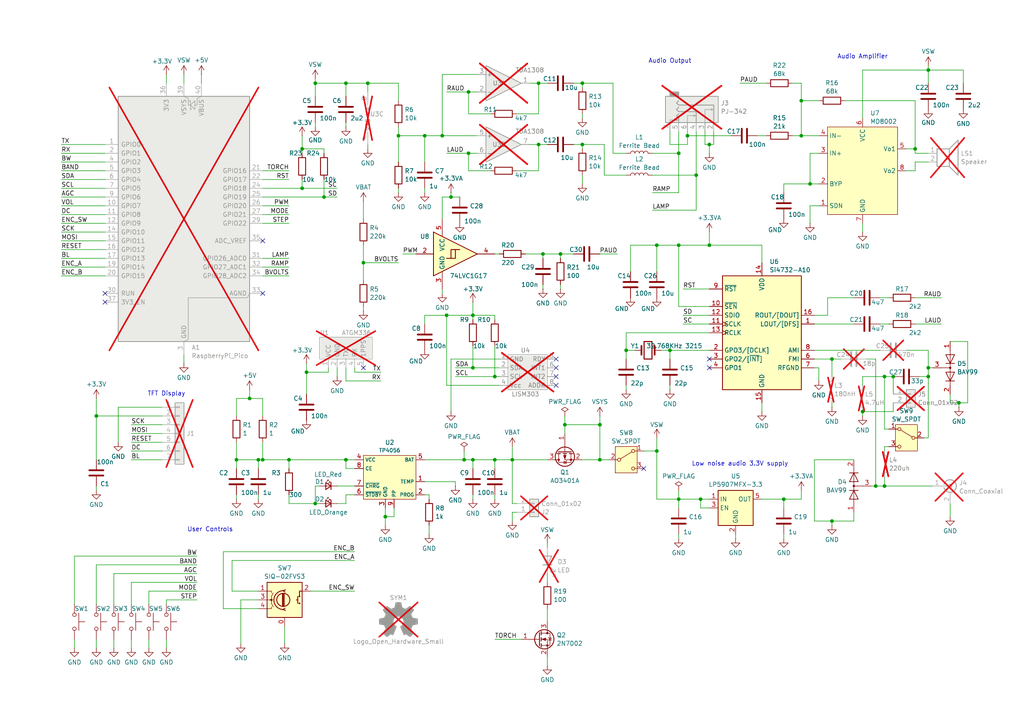
<source format=kicad_sch>
(kicad_sch (version 20231120) (generator "eeschema") (generator_version "8.0")
  (paper "A4")
  (junction (at 168.91 41.91))
  (junction (at 156.21 24.13))
  (junction (at 196.85 144.78))
  (junction (at 232.41 39.37))
  (junction (at 83.82 133.35))
  (junction (at 100.33 133.35))
  (junction (at 269.24 109.22))
  (junction (at 203.2 144.78))
  (junction (at 278.13 116.84))
  (junction (at 123.19 39.37))
  (junction (at 256.54 140.97))
  (junction (at 256.54 109.22))
  (junction (at 111.76 149.86))
  (junction (at 254 140.97))
  (junction (at 173.99 123.19))
  (junction (at 88.9 107.95))
  (junction (at 234.95 53.34))
  (junction (at 72.39 115.57))
  (junction (at 190.5 71.12))
  (junction (at 163.83 123.19))
  (junction (at 156.21 41.91))
  (junction (at 196.85 44.45))
  (junction (at 162.56 73.66))
  (junction (at 100.33 24.13))
  (junction (at 135.89 26.67))
  (junction (at 130.81 57.15))
  (junction (at 190.5 130.81))
  (junction (at 241.3 104.14))
  (junction (at 137.16 106.68))
  (junction (at 143.51 133.35))
  (junction (at 201.93 50.8))
  (junction (at 87.63 54.61))
  (junction (at 135.89 44.45))
  (junction (at 259.08 109.22))
  (junction (at 241.3 151.13))
  (junction (at 76.2 133.35))
  (junction (at 250.19 119.38))
  (junction (at 173.99 133.35))
  (junction (at 227.33 144.78))
  (junction (at 128.27 39.37))
  (junction (at 137.16 91.44))
  (junction (at 27.94 120.65))
  (junction (at 194.31 101.6))
  (junction (at 168.91 24.13))
  (junction (at 106.68 24.13))
  (junction (at 91.44 146.05))
  (junction (at 137.16 133.35))
  (junction (at 105.41 76.2))
  (junction (at 74.93 133.35))
  (junction (at 129.54 91.44))
  (junction (at 205.74 71.12))
  (junction (at 134.62 133.35))
  (junction (at 196.85 71.12))
  (junction (at 269.24 106.68))
  (junction (at 157.48 73.66))
  (junction (at 91.44 24.13))
  (junction (at 199.39 39.37))
  (junction (at 181.61 101.6))
  (junction (at 115.57 39.37))
  (junction (at 87.63 43.18))
  (junction (at 232.41 29.21))
  (junction (at 269.24 20.32))
  (junction (at 148.59 133.35))
  (junction (at 205.74 41.91))
  (junction (at 143.51 109.22))
  (junction (at 93.98 57.15))
  (junction (at 68.58 133.35))
  (junction (at 265.43 43.18))
  (no_connect (at 105.41 106.68))
  (no_connect (at 30.48 85.09))
  (no_connect (at 161.29 109.22))
  (no_connect (at 205.74 106.68))
  (no_connect (at 76.2 69.85))
  (no_connect (at 161.29 106.68))
  (no_connect (at 30.48 87.63))
  (no_connect (at 161.29 104.14))
  (no_connect (at 76.2 85.09))
  (no_connect (at 186.69 135.89))
  (no_connect (at 161.29 111.76))
  (no_connect (at 205.74 104.14))
  (wire (pts (xy 137.16 92.71) (xy 137.16 91.44)))
  (wire (pts (xy 123.19 54.61) (xy 123.19 55.88)))
  (wire (pts (xy 236.22 101.6) (xy 255.27 101.6)))
  (wire (pts (xy 76.2 133.35) (xy 83.82 133.35)))
  (wire (pts (xy 232.41 39.37) (xy 237.49 39.37)))
  (wire (pts (xy 194.31 111.76) (xy 194.31 113.03)))
  (wire (pts (xy 219.71 39.37) (xy 222.25 39.37)))
  (wire (pts (xy 130.81 104.14) (xy 130.81 119.38)))
  (wire (pts (xy 83.82 133.35) (xy 83.82 135.89)))
  (wire (pts (xy 265.43 43.18) (xy 265.43 29.21)))
  (wire (pts (xy 115.57 24.13) (xy 115.57 29.21)))
  (wire (pts (xy 279.4 20.32) (xy 279.4 24.13)))
  (wire (pts (xy 64.77 176.53) (xy 64.77 160.02)))
  (wire (pts (xy 17.78 54.61) (xy 30.48 54.61)))
  (wire (pts (xy 205.74 71.12) (xy 196.85 71.12)))
  (wire (pts (xy 102.87 106.68) (xy 102.87 107.95)))
  (wire (pts (xy 198.12 83.82) (xy 205.74 83.82)))
  (wire (pts (xy 102.87 133.35) (xy 100.33 133.35)))
  (wire (pts (xy 269.24 24.13) (xy 269.24 20.32)))
  (wire (pts (xy 74.93 173.99) (xy 69.85 173.99)))
  (wire (pts (xy 91.44 146.05) (xy 83.82 146.05)))
  (wire (pts (xy 234.95 59.69) (xy 234.95 64.77)))
  (wire (pts (xy 189.23 55.88) (xy 196.85 55.88)))
  (wire (pts (xy 241.3 151.13) (xy 241.3 152.4)))
  (wire (pts (xy 58.42 21.59) (xy 58.42 24.13)))
  (wire (pts (xy 191.77 101.6) (xy 194.31 101.6)))
  (wire (pts (xy 173.99 133.35) (xy 176.53 133.35)))
  (wire (pts (xy 132.08 106.68) (xy 137.16 106.68)))
  (wire (pts (xy 137.16 100.33) (xy 137.16 106.68)))
  (wire (pts (xy 247.65 151.13) (xy 241.3 151.13)))
  (wire (pts (xy 106.68 24.13) (xy 115.57 24.13)))
  (wire (pts (xy 190.5 130.81) (xy 190.5 144.78)))
  (wire (pts (xy 123.19 139.7) (xy 132.08 139.7)))
  (wire (pts (xy 30.48 64.77) (xy 17.78 64.77)))
  (wire (pts (xy 38.1 123.19) (xy 46.99 123.19)))
  (wire (pts (xy 158.75 166.37) (xy 158.75 168.91)))
  (wire (pts (xy 204.47 38.1) (xy 204.47 41.91)))
  (wire (pts (xy 76.2 64.77) (xy 83.82 64.77)))
  (wire (pts (xy 88.9 107.95) (xy 95.25 107.95)))
  (wire (pts (xy 175.26 41.91) (xy 175.26 50.8)))
  (wire (pts (xy 205.74 67.31) (xy 205.74 71.12)))
  (wire (pts (xy 196.85 154.94) (xy 196.85 156.21)))
  (wire (pts (xy 241.3 104.14) (xy 243.84 104.14)))
  (wire (pts (xy 67.31 171.45) (xy 67.31 162.56)))
  (wire (pts (xy 204.47 41.91) (xy 205.74 41.91)))
  (wire (pts (xy 190.5 71.12) (xy 196.85 71.12)))
  (wire (pts (xy 269.24 101.6) (xy 269.24 106.68)))
  (wire (pts (xy 87.63 44.45) (xy 87.63 43.18)))
  (wire (pts (xy 280.67 99.06) (xy 280.67 116.84)))
  (wire (pts (xy 181.61 111.76) (xy 181.61 113.03)))
  (wire (pts (xy 17.78 72.39) (xy 30.48 72.39)))
  (wire (pts (xy 33.02 166.37) (xy 57.15 166.37)))
  (wire (pts (xy 157.48 73.66) (xy 162.56 73.66)))
  (wire (pts (xy 128.27 39.37) (xy 138.43 39.37)))
  (wire (pts (xy 17.78 59.69) (xy 30.48 59.69)))
  (wire (pts (xy 162.56 73.66) (xy 166.37 73.66)))
  (wire (pts (xy 158.75 176.53) (xy 158.75 180.34)))
  (wire (pts (xy 220.98 116.84) (xy 220.98 119.38)))
  (wire (pts (xy 100.33 24.13) (xy 106.68 24.13)))
  (wire (pts (xy 76.2 128.27) (xy 76.2 133.35)))
  (wire (pts (xy 143.51 73.66) (xy 144.78 73.66)))
  (wire (pts (xy 199.39 39.37) (xy 212.09 39.37)))
  (wire (pts (xy 205.74 88.9) (xy 196.85 88.9)))
  (wire (pts (xy 189.23 44.45) (xy 196.85 44.45)))
  (wire (pts (xy 177.8 24.13) (xy 177.8 44.45)))
  (wire (pts (xy 21.59 161.29) (xy 21.59 175.26)))
  (wire (pts (xy 100.33 36.83) (xy 100.33 35.56)))
  (wire (pts (xy 34.29 118.11) (xy 46.99 118.11)))
  (wire (pts (xy 68.58 128.27) (xy 68.58 133.35)))
  (wire (pts (xy 275.59 114.3) (xy 275.59 116.84)))
  (wire (pts (xy 190.5 71.12) (xy 190.5 78.74)))
  (wire (pts (xy 102.87 135.89) (xy 100.33 135.89)))
  (wire (pts (xy 91.44 36.83) (xy 91.44 35.56)))
  (wire (pts (xy 38.1 168.91) (xy 38.1 175.26)))
  (wire (pts (xy 247.65 133.35) (xy 236.22 133.35)))
  (wire (pts (xy 196.85 44.45) (xy 196.85 55.88)))
  (wire (pts (xy 259.08 109.22) (xy 259.08 114.3)))
  (wire (pts (xy 74.93 133.35) (xy 76.2 133.35)))
  (wire (pts (xy 115.57 39.37) (xy 123.19 39.37)))
  (wire (pts (xy 90.17 171.45) (xy 102.87 171.45)))
  (wire (pts (xy 232.41 142.24) (xy 232.41 144.78)))
  (wire (pts (xy 68.58 133.35) (xy 74.93 133.35)))
  (wire (pts (xy 156.21 41.91) (xy 156.21 49.53)))
  (wire (pts (xy 143.51 100.33) (xy 143.51 109.22)))
  (wire (pts (xy 143.51 133.35) (xy 143.51 135.89)))
  (wire (pts (xy 17.78 46.99) (xy 30.48 46.99)))
  (wire (pts (xy 251.46 104.14) (xy 254 104.14)))
  (wire (pts (xy 129.54 26.67) (xy 135.89 26.67)))
  (wire (pts (xy 92.71 140.97) (xy 91.44 140.97)))
  (wire (pts (xy 74.93 133.35) (xy 74.93 135.89)))
  (wire (pts (xy 265.43 43.18) (xy 262.89 43.18)))
  (wire (pts (xy 229.87 24.13) (xy 232.41 24.13)))
  (wire (pts (xy 100.33 110.49) (xy 110.49 110.49)))
  (wire (pts (xy 105.41 76.2) (xy 105.41 81.28)))
  (wire (pts (xy 27.94 120.65) (xy 46.99 120.65)))
  (wire (pts (xy 168.91 24.13) (xy 168.91 25.4)))
  (wire (pts (xy 156.21 24.13) (xy 158.75 24.13)))
  (wire (pts (xy 265.43 86.36) (xy 273.05 86.36)))
  (wire (pts (xy 143.51 143.51) (xy 143.51 144.78)))
  (wire (pts (xy 232.41 29.21) (xy 232.41 39.37)))
  (wire (pts (xy 255.27 93.98) (xy 257.81 93.98)))
  (wire (pts (xy 198.12 93.98) (xy 205.74 93.98)))
  (wire (pts (xy 100.33 143.51) (xy 102.87 143.51)))
  (wire (pts (xy 201.93 50.8) (xy 201.93 60.96)))
  (wire (pts (xy 74.93 176.53) (xy 64.77 176.53)))
  (wire (pts (xy 17.78 41.91) (xy 30.48 41.91)))
  (wire (pts (xy 275.59 99.06) (xy 280.67 99.06)))
  (wire (pts (xy 124.46 143.51) (xy 124.46 144.78)))
  (wire (pts (xy 205.74 144.78) (xy 203.2 144.78)))
  (wire (pts (xy 241.3 116.84) (xy 241.3 118.11)))
  (wire (pts (xy 234.95 53.34) (xy 237.49 53.34)))
  (wire (pts (xy 194.31 41.91) (xy 199.39 41.91)))
  (wire (pts (xy 97.79 140.97) (xy 102.87 140.97)))
  (wire (pts (xy 134.62 133.35) (xy 137.16 133.35)))
  (wire (pts (xy 142.24 49.53) (xy 135.89 49.53)))
  (wire (pts (xy 168.91 41.91) (xy 168.91 43.18)))
  (wire (pts (xy 205.74 41.91) (xy 207.01 41.91)))
  (wire (pts (xy 196.85 142.24) (xy 196.85 144.78)))
  (wire (pts (xy 240.03 86.36) (xy 247.65 86.36)))
  (wire (pts (xy 76.2 115.57) (xy 76.2 120.65)))
  (wire (pts (xy 256.54 130.81) (xy 256.54 129.54)))
  (wire (pts (xy 269.24 109.22) (xy 269.24 127)))
  (wire (pts (xy 38.1 185.42) (xy 38.1 187.96)))
  (wire (pts (xy 166.37 41.91) (xy 168.91 41.91)))
  (wire (pts (xy 236.22 133.35) (xy 236.22 151.13)))
  (wire (pts (xy 237.49 106.68) (xy 237.49 110.49)))
  (wire (pts (xy 201.93 50.8) (xy 201.93 38.1)))
  (wire (pts (xy 100.33 24.13) (xy 91.44 24.13)))
  (wire (pts (xy 189.23 50.8) (xy 201.93 50.8)))
  (wire (pts (xy 236.22 106.68) (xy 237.49 106.68)))
  (wire (pts (xy 237.49 44.45) (xy 234.95 44.45)))
  (wire (pts (xy 17.78 77.47) (xy 30.48 77.47)))
  (wire (pts (xy 33.02 185.42) (xy 33.02 187.96)))
  (wire (pts (xy 92.71 146.05) (xy 91.44 146.05)))
  (wire (pts (xy 27.94 120.65) (xy 27.94 133.35)))
  (wire (pts (xy 163.83 125.73) (xy 163.83 123.19)))
  (wire (pts (xy 259.08 119.38) (xy 259.08 116.84)))
  (wire (pts (xy 137.16 133.35) (xy 137.16 135.89)))
  (wire (pts (xy 149.86 49.53) (xy 156.21 49.53)))
  (wire (pts (xy 269.24 19.05) (xy 269.24 20.32)))
  (wire (pts (xy 262.89 101.6) (xy 269.24 101.6)))
  (wire (pts (xy 76.2 74.93) (xy 83.82 74.93)))
  (wire (pts (xy 190.5 127) (xy 190.5 130.81)))
  (wire (pts (xy 237.49 59.69) (xy 234.95 59.69)))
  (wire (pts (xy 256.54 124.46) (xy 256.54 109.22)))
  (wire (pts (xy 194.31 101.6) (xy 205.74 101.6)))
  (wire (pts (xy 236.22 91.44) (xy 240.03 91.44)))
  (wire (pts (xy 128.27 21.59) (xy 128.27 39.37)))
  (wire (pts (xy 241.3 104.14) (xy 241.3 109.22)))
  (wire (pts (xy 68.58 143.51) (xy 68.58 144.78)))
  (wire (pts (xy 38.1 128.27) (xy 46.99 128.27)))
  (wire (pts (xy 156.21 24.13) (xy 153.67 24.13)))
  (wire (pts (xy 168.91 133.35) (xy 173.99 133.35)))
  (wire (pts (xy 76.2 54.61) (xy 87.63 54.61)))
  (wire (pts (xy 256.54 140.97) (xy 270.51 140.97)))
  (wire (pts (xy 250.19 109.22) (xy 250.19 111.76)))
  (wire (pts (xy 148.59 146.05) (xy 149.86 146.05)))
  (wire (pts (xy 134.62 130.81) (xy 134.62 133.35)))
  (wire (pts (xy 87.63 52.07) (xy 87.63 54.61)))
  (wire (pts (xy 76.2 77.47) (xy 83.82 77.47)))
  (wire (pts (xy 135.89 26.67) (xy 138.43 26.67)))
  (wire (pts (xy 236.22 104.14) (xy 241.3 104.14)))
  (wire (pts (xy 196.85 44.45) (xy 196.85 38.1)))
  (wire (pts (xy 114.3 147.32) (xy 114.3 149.86)))
  (wire (pts (xy 124.46 152.4) (xy 124.46 154.94)))
  (wire (pts (xy 100.33 106.68) (xy 100.33 110.49)))
  (wire (pts (xy 182.88 71.12) (xy 190.5 71.12)))
  (wire (pts (xy 27.94 163.83) (xy 27.94 175.26)))
  (wire (pts (xy 115.57 54.61) (xy 115.57 55.88)))
  (wire (pts (xy 74.93 171.45) (xy 67.31 171.45)))
  (wire (pts (xy 279.4 20.32) (xy 269.24 20.32)))
  (wire (pts (xy 157.48 73.66) (xy 157.48 74.93)))
  (wire (pts (xy 227.33 53.34) (xy 234.95 53.34)))
  (wire (pts (xy 198.12 91.44) (xy 205.74 91.44)))
  (wire (pts (xy 68.58 120.65) (xy 68.58 115.57)))
  (wire (pts (xy 203.2 147.32) (xy 203.2 144.78)))
  (wire (pts (xy 168.91 50.8) (xy 168.91 53.34)))
  (wire (pts (xy 182.88 71.12) (xy 182.88 78.74)))
  (wire (pts (xy 148.59 148.59) (xy 148.59 151.13)))
  (wire (pts (xy 17.78 62.23) (xy 30.48 62.23)))
  (wire (pts (xy 220.98 76.2) (xy 220.98 71.12)))
  (wire (pts (xy 27.94 185.42) (xy 27.94 187.96)))
  (wire (pts (xy 123.19 143.51) (xy 124.46 143.51)))
  (wire (pts (xy 97.79 146.05) (xy 100.33 146.05)))
  (wire (pts (xy 250.19 20.32) (xy 269.24 20.32)))
  (wire (pts (xy 259.08 109.22) (xy 256.54 109.22)))
  (wire (pts (xy 135.89 44.45) (xy 138.43 44.45)))
  (wire (pts (xy 138.43 21.59) (xy 128.27 21.59)))
  (wire (pts (xy 205.74 41.91) (xy 205.74 44.45)))
  (wire (pts (xy 17.78 44.45) (xy 30.48 44.45)))
  (wire (pts (xy 135.89 49.53) (xy 135.89 44.45)))
  (wire (pts (xy 48.26 173.99) (xy 57.15 173.99)))
  (wire (pts (xy 173.99 73.66) (xy 179.07 73.66)))
  (wire (pts (xy 105.41 76.2) (xy 115.57 76.2)))
  (wire (pts (xy 74.93 143.51) (xy 74.93 144.78)))
  (wire (pts (xy 250.19 119.38) (xy 259.08 119.38)))
  (wire (pts (xy 100.33 24.13) (xy 100.33 27.94)))
  (wire (pts (xy 269.24 127) (xy 267.97 127)))
  (wire (pts (xy 68.58 133.35) (xy 68.58 135.89)))
  (wire (pts (xy 227.33 144.78) (xy 227.33 147.32)))
  (wire (pts (xy 199.39 41.91) (xy 199.39 39.37)))
  (wire (pts (xy 255.27 86.36) (xy 257.81 86.36)))
  (wire (pts (xy 123.19 91.44) (xy 129.54 91.44)))
  (wire (pts (xy 76.2 80.01) (xy 83.82 80.01)))
  (wire (pts (xy 43.18 185.42) (xy 43.18 187.96)))
  (wire (pts (xy 67.31 162.56) (xy 102.87 162.56)))
  (wire (pts (xy 168.91 24.13) (xy 177.8 24.13)))
  (wire (pts (xy 158.75 158.75) (xy 158.75 157.48)))
  (wire (pts (xy 69.85 173.99) (xy 69.85 186.69)))
  (wire (pts (xy 181.61 101.6) (xy 181.61 96.52)))
  (wire (pts (xy 115.57 39.37) (xy 115.57 46.99)))
  (wire (pts (xy 156.21 41.91) (xy 158.75 41.91)))
  (wire (pts (xy 21.59 161.29) (xy 57.15 161.29)))
  (wire (pts (xy 68.58 115.57) (xy 72.39 115.57)))
  (wire (pts (xy 76.2 59.69) (xy 83.82 59.69)))
  (wire (pts (xy 194.31 38.1) (xy 194.31 41.91)))
  (wire (pts (xy 76.2 57.15) (xy 93.98 57.15)))
  (wire (pts (xy 34.29 118.11) (xy 34.29 128.27)))
  (wire (pts (xy 21.59 185.42) (xy 21.59 187.96)))
  (wire (pts (xy 129.54 91.44) (xy 137.16 91.44)))
  (wire (pts (xy 148.59 129.54) (xy 148.59 133.35)))
  (wire (pts (xy 130.81 57.15) (xy 133.35 57.15)))
  (wire (pts (xy 234.95 44.45) (xy 234.95 53.34)))
  (wire (pts (xy 43.18 171.45) (xy 57.15 171.45)))
  (wire (pts (xy 27.94 163.83) (xy 57.15 163.83)))
  (wire (pts (xy 144.78 111.76) (xy 129.54 111.76)))
  (wire (pts (xy 256.54 129.54) (xy 257.81 129.54)))
  (wire (pts (xy 123.19 133.35) (xy 134.62 133.35)))
  (wire (pts (xy 266.7 109.22) (xy 269.24 109.22)))
  (wire (pts (xy 213.36 154.94) (xy 213.36 156.21)))
  (wire (pts (xy 111.76 149.86) (xy 111.76 152.4)))
  (wire (pts (xy 100.33 135.89) (xy 100.33 133.35)))
  (wire (pts (xy 181.61 96.52) (xy 205.74 96.52)))
  (wire (pts (xy 269.24 106.68) (xy 269.24 109.22)))
  (wire (pts (xy 269.24 106.68) (xy 270.51 106.68)))
  (wire (pts (xy 135.89 33.02) (xy 135.89 26.67)))
  (wire (pts (xy 254 140.97) (xy 256.54 140.97)))
  (wire (pts (xy 123.19 39.37) (xy 123.19 46.99)))
  (wire (pts (xy 123.19 39.37) (xy 128.27 39.37)))
  (wire (pts (xy 87.63 39.37) (xy 87.63 43.18)))
  (wire (pts (xy 27.94 140.97) (xy 27.94 142.24)))
  (wire (pts (xy 149.86 148.59) (xy 148.59 148.59)))
  (wire (pts (xy 48.26 173.99) (xy 48.26 175.26)))
  (wire (pts (xy 105.41 58.42) (xy 105.41 63.5)))
  (wire (pts (xy 76.2 62.23) (xy 83.82 62.23)))
  (wire (pts (xy 53.34 21.59) (xy 53.34 24.13)))
  (wire (pts (xy 227.33 55.88) (xy 227.33 53.34)))
  (wire (pts (xy 87.63 54.61) (xy 97.79 54.61)))
  (wire (pts (xy 275.59 146.05) (xy 275.59 149.86)))
  (wire (pts (xy 257.81 124.46) (xy 256.54 124.46)))
  (wire (pts (xy 142.24 33.02) (xy 135.89 33.02)))
  (wire (pts (xy 115.57 36.83) (xy 115.57 39.37)))
  (wire (pts (xy 256.54 109.22) (xy 250.19 109.22)))
  (wire (pts (xy 83.82 146.05) (xy 83.82 143.51)))
  (wire (pts (xy 17.78 49.53) (xy 30.48 49.53)))
  (wire (pts (xy 76.2 52.07) (xy 83.82 52.07)))
  (wire (pts (xy 93.98 57.15) (xy 97.79 57.15)))
  (wire (pts (xy 100.33 146.05) (xy 100.33 143.51)))
  (wire (pts (xy 220.98 144.78) (xy 227.33 144.78)))
  (wire (pts (xy 114.3 149.86) (xy 111.76 149.86)))
  (wire (pts (xy 143.51 133.35) (xy 148.59 133.35)))
  (wire (pts (xy 265.43 93.98) (xy 273.05 93.98)))
  (wire (pts (xy 111.76 147.32) (xy 111.76 149.86)))
  (wire (pts (xy 196.85 71.12) (xy 196.85 88.9)))
  (wire (pts (xy 250.19 119.38) (xy 250.19 120.65)))
  (wire (pts (xy 158.75 190.5) (xy 158.75 193.04)))
  (wire (pts (xy 17.78 57.15) (xy 30.48 57.15)))
  (wire (pts (xy 152.4 73.66) (xy 157.48 73.66)))
  (wire (pts (xy 227.33 154.94) (xy 227.33 156.21)))
  (wire (pts (xy 237.49 29.21) (xy 232.41 29.21)))
  (wire (pts (xy 106.68 43.18) (xy 106.68 41.91)))
  (wire (pts (xy 156.21 33.02) (xy 156.21 24.13)))
  (wire (pts (xy 76.2 49.53) (xy 83.82 49.53)))
  (wire (pts (xy 250.19 64.77) (xy 250.19 67.31)))
  (wire (pts (xy 123.19 93.98) (xy 123.19 91.44)))
  (wire (pts (xy 88.9 105.41) (xy 88.9 107.95)))
  (wire (pts (xy 137.16 87.63) (xy 137.16 91.44)))
  (wire (pts (xy 87.63 43.18) (xy 93.98 43.18)))
  (wire (pts (xy 153.67 41.91) (xy 156.21 41.91)))
  (wire (pts (xy 83.82 133.35) (xy 100.33 133.35)))
  (wire (pts (xy 38.1 168.91) (xy 57.15 168.91)))
  (wire (pts (xy 207.01 41.91) (xy 207.01 38.1)))
  (wire (pts (xy 250.19 20.32) (xy 250.19 34.29)))
  (wire (pts (xy 137.16 91.44) (xy 143.51 91.44)))
  (wire (pts (xy 256.54 138.43) (xy 256.54 140.97)))
  (wire (pts (xy 177.8 44.45) (xy 181.61 44.45)))
  (wire (pts (xy 269.24 46.99) (xy 265.43 46.99)))
  (wire (pts (xy 162.56 73.66) (xy 162.56 74.93)))
  (wire (pts (xy 72.39 113.03) (xy 72.39 115.57)))
  (wire (pts (xy 17.78 67.31) (xy 30.48 67.31)))
  (wire (pts (xy 129.54 44.45) (xy 135.89 44.45)))
  (wire (pts (xy 229.87 39.37) (xy 232.41 39.37)))
  (wire (pts (xy 162.56 82.55) (xy 162.56 83.82)))
  (wire (pts (xy 275.59 116.84) (xy 278.13 116.84)))
  (wire (pts (xy 130.81 55.88) (xy 130.81 57.15)))
  (wire (pts (xy 214.63 24.13) (xy 222.25 24.13)))
  (wire (pts (xy 236.22 151.13) (xy 241.3 151.13)))
  (wire (pts (xy 33.02 166.37) (xy 33.02 175.26)))
  (wire (pts (xy 205.74 147.32) (xy 203.2 147.32)))
  (wire (pts (xy 148.59 133.35) (xy 158.75 133.35)))
  (wire (pts (xy 232.41 29.21) (xy 232.41 24.13)))
  (wire (pts (xy 265.43 49.53) (xy 262.89 49.53)))
  (wire (pts (xy 254 104.14) (xy 254 140.97)))
  (wire (pts (xy 137.16 106.68) (xy 144.78 106.68)))
  (wire (pts (xy 38.1 125.73) (xy 46.99 125.73)))
  (wire (pts (xy 105.41 88.9) (xy 105.41 90.17)))
  (wire (pts (xy 227.33 144.78) (xy 232.41 144.78)))
  (wire (pts (xy 88.9 107.95) (xy 88.9 114.3)))
  (wire (pts (xy 93.98 43.18) (xy 93.98 44.45)))
  (wire (pts (xy 199.39 39.37) (xy 199.39 38.1)))
  (wire (pts (xy 43.18 171.45) (xy 43.18 175.26)))
  (wire (pts (xy 240.03 91.44) (xy 240.03 86.36)))
  (wire (pts (xy 175.26 50.8) (xy 181.61 50.8)))
  (wire (pts (xy 128.27 63.5) (xy 128.27 57.15)))
  (wire (pts (xy 236.22 93.98) (xy 247.65 93.98)))
  (wire (pts (xy 203.2 144.78) (xy 196.85 144.78)))
  (wire (pts (xy 163.83 120.65) (xy 163.83 123.19)))
  (wire (pts (xy 128.27 83.82) (xy 128.27 85.09)))
  (wire (pts (xy 168.91 33.02) (xy 168.91 34.29)))
  (wire (pts (xy 72.39 115.57) (xy 76.2 115.57)))
  (wire (pts (xy 38.1 133.35) (xy 46.99 133.35)))
  (wire (pts (xy 245.11 29.21) (xy 265.43 29.21)))
  (wire (pts (xy 247.65 151.13) (xy 247.65 148.59)))
  (wire (pts (xy 95.25 107.95) (xy 95.25 106.68)))
  (wire (pts (xy 265.43 46.99) (xy 265.43 49.53)))
  (wire (pts (xy 148.59 133.35) (xy 148.59 146.05)))
  (wire (pts (xy 220.98 71.12) (xy 205.74 71.12)))
  (wire (pts (xy 106.68 24.13) (xy 106.68 26.67)))
  (wire (pts (xy 166.37 24.13) (xy 168.91 24.13)))
  (wire (pts (xy 17.78 69.85) (xy 30.48 69.85)))
  (wire (pts (xy 116.84 73.66) (xy 120.65 73.66)))
  (wire (pts (xy 129.54 91.44) (xy 129.54 111.76)))
  (wire (pts (xy 278.13 116.84) (xy 278.13 118.11)))
  (wire (pts (xy 17.78 80.01) (xy 30.48 80.01)))
  (wire (pts (xy 91.44 140.97) (xy 91.44 146.05)))
  (wire (pts (xy 144.78 104.14) (xy 130.81 104.14)))
  (wire (pts (xy 91.44 22.86) (xy 91.44 24.13)))
  (wire (pts (xy 163.83 123.19) (xy 173.99 123.19)))
  (wire (pts (xy 48.26 21.59) (xy 48.26 24.13)))
  (wire (pts (xy 128.27 57.15) (xy 130.81 57.15)))
  (wire (pts (xy 189.23 60.96) (xy 201.93 60.96)))
  (wire (pts (xy 82.55 181.61) (xy 82.55 186.69)))
  (wire (pts (xy 137.16 143.51) (xy 137.16 144.78)))
  (wire (pts (xy 105.41 71.12) (xy 105.41 76.2)))
  (wire (pts (xy 132.08 139.7) (xy 132.08 140.97)))
  (wire (pts (xy 53.34 102.87) (xy 53.34 105.41)))
  (wire (pts (xy 186.69 130.81) (xy 190.5 130.81)))
  (wire (pts (xy 184.15 101.6) (xy 181.61 101.6)))
  (wire (pts (xy 168.91 41.91) (xy 175.26 41.91)))
  (wire (pts (xy 27.94 115.57) (xy 27.94 120.65)))
  (wire (pts (xy 196.85 144.78) (xy 190.5 144.78)))
  (wire (pts (xy 149.86 33.02) (xy 156.21 33.02)))
  (wire (pts (xy 173.99 123.19) (xy 173.99 133.35)))
  (wire (pts (xy 143.51 185.42) (xy 151.13 185.42)))
  (wire (pts (xy 143.51 109.22) (xy 144.78 109.22)))
  (wire (pts (xy 181.61 101.6) (xy 181.61 104.14)))
  (wire (pts (xy 196.85 144.78) (xy 196.85 147.32)))
  (wire (pts (xy 93.98 52.07) (xy 93.98 57.15)))
  (wire (pts (xy 38.1 130.81) (xy 46.99 130.81)))
  (wire (pts (xy 252.73 140.97) (xy 254 140.97)))
  (wire (pts (xy 173.99 120.65) (xy 173.99 123.19)))
  (wire (pts (xy 17.78 74.93) (xy 30.48 74.93)))
  (wire (pts (xy 137.16 133.35) (xy 143.51 133.35)))
  (wire (pts (xy 269.24 44.45) (xy 265.43 44.45)))
  (wire (pts (xy 97.79 106.68) (xy 97.79 109.22)))
  (wire (pts (xy 143.51 91.44) (xy 143.51 92.71)))
  (wire (pts (xy 48.26 185.42) (xy 48.26 187.96)))
  (wire (pts (xy 278.13 116.84) (xy 280.67 116.84)))
  (wire (pts (xy 194.31 101.6) (xy 194.31 104.14)))
  (wire (pts (xy 64.77 160.02) (xy 102.87 160.02)))
  (wire (pts (xy 17.78 52.07) (xy 30.48 52.07)))
  (wire (pts (xy 157.48 82.55) (xy 157.48 83.82)))
  (wire (pts (xy 132.08 109.22) (xy 143.51 109.22)))
  (wire (pts (xy 91.44 27.94) (xy 91.44 24.13)))
  (wire (pts (xy 265.43 44.45) (xy 265.43 43.18)))
  (wire (pts (xy 102.87 107.95) (xy 110.49 107.95)))
  (text "Audio Amplifier" (at 250.19 16.51 0) (effects (font (size 1.27 1.27))))
  (text "Audio Output" (at 194.31 17.78 0) (effects (font (size 1.27 1.27))))
  (text "TFT Display" (at 48.26 114.3 0) (effects (font (size 1.27 1.27))))
  (text "Low noise audio 3.3V supply" (at 214.63 134.62 0) (effects (font (size 1.27 1.27))))
  (text "User Controls" (at 60.96 153.67 0) (effects (font (size 1.27 1.27))))
  (label "TORCH" (at 83.82 49.53 180))
  (label "MOSI" (at 38.1 125.73 0))
  (label "SD" (at 97.79 57.15 180))
  (label "DC" (at 38.1 130.81 0))
  (label "TX" (at 110.49 107.95 180))
  (label "MOSI" (at 17.78 69.85 0))
  (label "TX" (at 17.78 41.91 0))
  (label "SCK" (at 38.1 123.19 0))
  (label "SCL" (at 132.08 109.22 0))
  (label "RAMP" (at 83.82 77.47 180))
  (label "LAUD" (at 273.05 93.98 180))
  (label "SCL" (at 17.78 54.61 0))
  (label "RESET" (at 17.78 72.39 0))
  (label "ENC_SW" (at 17.78 64.77 0))
  (label "RX" (at 17.78 44.45 0))
  (label "STEP" (at 57.15 173.99 180))
  (label "SC" (at 198.12 93.98 0))
  (label "RX" (at 110.49 110.49 180))
  (label "RST" (at 198.12 83.82 0))
  (label "MODE" (at 57.15 171.45 180))
  (label "VOL" (at 57.15 168.91 180))
  (label "RAMP" (at 189.23 55.88 0))
  (label "SCK" (at 17.78 67.31 0))
  (label "BW" (at 57.15 161.29 180))
  (label "TORCH" (at 143.51 185.42 0))
  (label "RST" (at 83.82 52.07 180))
  (label "PWM" (at 83.82 59.69 180))
  (label "SC" (at 97.79 54.61 180))
  (label "RESET" (at 38.1 128.27 0))
  (label "LAMP" (at 83.82 74.93 180))
  (label "SDA" (at 17.78 52.07 0))
  (label "BL" (at 38.1 133.35 0))
  (label "STEP" (at 83.82 64.77 180))
  (label "PAUD" (at 214.63 24.13 0))
  (label "MODE" (at 83.82 62.23 180))
  (label "LAUD" (at 129.54 44.45 0))
  (label "BVOLTS" (at 115.57 76.2 180))
  (label "RAUD" (at 273.05 86.36 180))
  (label "BVOLTS" (at 83.82 80.01 180))
  (label "ENC_A" (at 102.87 162.56 180))
  (label "ENC_A" (at 17.78 77.47 0))
  (label "DC" (at 17.78 62.23 0))
  (label "ENC_SW" (at 102.87 171.45 180))
  (label "SDA" (at 132.08 106.68 0))
  (label "ENC_B" (at 102.87 160.02 180))
  (label "BAND" (at 17.78 49.53 0))
  (label "AGC" (at 57.15 166.37 180))
  (label "BW" (at 17.78 46.99 0))
  (label "BL" (at 17.78 74.93 0))
  (label "BAND" (at 57.15 163.83 180))
  (label "PAUD" (at 179.07 73.66 180))
  (label "AGC" (at 17.78 57.15 0))
  (label "ENC_B" (at 17.78 80.01 0))
  (label "RAUD" (at 129.54 26.67 0))
  (label "PWM" (at 116.84 73.66 0))
  (label "LAMP" (at 189.23 60.96 0))
  (label "VOL" (at 17.78 59.69 0))
  (label "SD" (at 198.12 91.44 0))
  (symbol (lib_id "Device:C") (at 259.08 101.6 270) (unit 1) (dnp yes)
    (property "Reference" "C25" (at 254 100.33 90) (effects (justify left)))
    (property "Value" "470n" (at 260.35 102.87 90) (effects (justify left)))
    (property "Footprint" "Capacitor_SMD:C_0603_1608Metric" (effects (hide yes)))
    (property "Description" "Unpolarized capacitor" (effects (hide yes)))
  )
  (symbol (lib_id "Device:C") (at 196.85 151.13 0) (unit 1)
    (property "Reference" "C16" (at 199.771 149.9178 0) (effects (justify left)))
    (property "Value" "1u" (at 198.12 154.305 0) (effects (justify left)))
    (property "Footprint" "Capacitor_SMD:C_0603_1608Metric" (effects (hide yes)))
    (property "Description" "Unpolarized capacitor" (effects (hide yes)))
  )
  (symbol (lib_id "Device:R") (at 137.16 96.52 0) (unit 1)
    (property "Reference" "R9" (at 133.35 92.71 0) (effects (justify left)))
    (property "Value" "10k" (at 137.16 100.33 0) (effects (justify left)))
    (property "Footprint" "Resistor_SMD:R_0603_1608Metric" (effects (hide yes)))
    (property "Description" "Resistor" (effects (hide yes)))
  )
  (symbol (lib_id "Device:C") (at 279.4 27.94 180) (unit 1)
    (property "Reference" "C23" (at 278.13 25.4 0) (effects (justify left)))
    (property "Value" "2u2" (at 284.48 30.48 0) (effects (justify left)))
    (property "Footprint" "Capacitor_SMD:C_0603_1608Metric" (effects (hide yes)))
    (property "Description" "Unpolarized capacitor" (effects (hide yes)))
  )
  (symbol (lib_id "Transistor_FET:DMN3300U") (at 156.21 185.42 0) (unit 1)
    (property "Reference" "Q2" (at 161.417 184.2078 0) (effects (justify left)))
    (property "Value" "2N7002" (at 161.417 186.6321 0) (effects (justify left)))
    (property "Footprint" "Package_TO_SOT_SMD:SOT-23" (effects (hide yes)))
    (property "Datasheet" "http://www.diodes.com/assets/Datasheets/ds31181.pdf" (effects (hide yes)))
    (property "Description" "2A Id, 30V Vds, N-Channel MOSFET, SOT-23" (effects (hide yes)))
  )
  (symbol (lib_id "power:GND") (at 53.34 105.41 0) (unit 1)
    (property "Reference" "#PWR012" (effects (hide yes)))
    (property "Value" "GND" (at 53.34 109.5431 0))
    (property "Description" "Power symbol creates a global label with name \"GND\" , ground" (effects (hide yes)))
  )
  (symbol (lib_id "power:GND") (at 143.51 144.78 0) (unit 1)
    (property "Reference" "#PWR038" (effects (hide yes)))
    (property "Value" "GND" (at 143.51 148.9131 0))
    (property "Description" "Power symbol creates a global label with name \"GND\" , ground" (effects (hide yes)))
  )
  (symbol (lib_id "power:GND") (at 157.48 83.82 0) (unit 1)
    (property "Reference" "#PWR073" (effects (hide yes)))
    (property "Value" "GND" (at 157.48 87.9531 0))
    (property "Description" "Power symbol creates a global label with name \"GND\" , ground" (effects (hide yes)))
  )
  (symbol (lib_id "power:GND") (at 237.49 110.49 0) (unit 1)
    (property "Reference" "#PWR059" (effects (hide yes)))
    (property "Value" "GND" (at 237.49 114.6231 0))
    (property "Description" "Power symbol creates a global label with name \"GND\" , ground" (effects (hide yes)))
  )
  (symbol (lib_id "power:+3.3V") (at 27.94 115.57 0) (unit 1)
    (property "Reference" "#PWR02" (effects (hide yes)))
    (property "Value" "+3.3V" (at 27.94 111.4369 0))
    (property "Description" "Power symbol creates a global label with name \"+3.3V\"" (effects (hide yes)))
  )
  (symbol (lib_id "Device:R") (at 261.62 86.36 270) (unit 1)
    (property "Reference" "R17" (at 261.62 83.82 90))
    (property "Value" "2k2" (at 265.43 88.9 90))
    (property "Footprint" "Resistor_SMD:R_0603_1608Metric" (effects (hide yes)))
    (property "Description" "Resistor" (effects (hide yes)))
  )
  (symbol (lib_id "Device:C") (at 91.44 31.75 0) (unit 1)
    (property "Reference" "C5" (at 87.63 29.21 0) (effects (justify left)))
    (property "Value" "100n" (at 92.71 34.29 0) (effects (justify left)))
    (property "Footprint" "Capacitor_SMD:C_0603_1608Metric" (effects (hide yes)))
    (property "Description" "Unpolarized capacitor" (effects (hide yes)))
    (property "LCSC" "C14663 " (effects (hide yes)))
  )
  (symbol (lib_id "power:GND") (at 123.19 55.88 0) (unit 1)
    (property "Reference" "#PWR031" (effects (hide yes)))
    (property "Value" "GND" (at 123.19 60.0131 0))
    (property "Description" "Power symbol creates a global label with name \"GND\" , ground" (effects (hide yes)))
  )
  (symbol (lib_id "Switch:SW_Omron_B3FS") (at 33.02 180.34 270) (unit 1)
    (property "Reference" "SW3" (at 33.02 176.53 90) (effects (justify left)))
    (property "Value" "TC-6610-5-260G" (effects (hide yes)))
    (property "Footprint" "Button_Switch_SMD:SW_Push_1P1T_NO_6x6mm_H9.5mm" (effects (hide yes)))
    (property "Datasheet" "https://omronfs.omron.com/en_US/ecb/products/pdf/en-b3fs.pdf" (effects (hide yes)))
    (property "Description" "Omron B3FS 6x6mm single pole normally-open tactile switch" (effects (hide yes)))
  )
  (symbol (lib_id "power:GND") (at 278.13 118.11 0) (unit 1)
    (property "Reference" "#PWR065" (effects (hide yes)))
    (property "Value" "GND" (at 278.13 122.2431 0))
    (property "Description" "Power symbol creates a global label with name \"GND\" , ground" (effects (hide yes)))
  )
  (symbol (lib_id "power:GND") (at 68.58 144.78 0) (unit 1)
    (property "Reference" "#PWR015" (effects (hide yes)))
    (property "Value" "GND" (at 68.58 148.9131 0))
    (property "Description" "Power symbol creates a global label with name \"GND\" , ground" (effects (hide yes)))
  )
  (symbol (lib_id "power:GND") (at 105.41 90.17 0) (unit 1)
    (property "Reference" "#PWR027" (effects (hide yes)))
    (property "Value" "GND" (at 105.41 94.3031 0))
    (property "Description" "Power symbol creates a global label with name \"GND\" , ground" (effects (hide yes)))
  )
  (symbol (lib_id "power:GND") (at 34.29 128.27 0) (unit 1)
    (property "Reference" "#PWR06" (effects (hide yes)))
    (property "Value" "GND" (at 34.29 132.4031 0))
    (property "Description" "Power symbol creates a global label with name \"GND\" , ground" (effects (hide yes)))
  )
  (symbol (lib_id "power:GND") (at 181.61 113.03 0) (unit 1)
    (property "Reference" "#PWR046" (effects (hide yes)))
    (property "Value" "GND" (at 181.61 117.1631 0))
    (property "Description" "Power symbol creates a global label with name \"GND\" , ground" (effects (hide yes)))
  )
  (symbol (lib_id "power:+3.3V") (at 137.16 87.63 0) (unit 1)
    (property "Reference" "#PWR036" (effects (hide yes)))
    (property "Value" "+3.3V" (at 137.16 83.82 0))
    (property "Description" "Power symbol creates a global label with name \"+3.3V\"" (effects (hide yes)))
  )
  (symbol (lib_id "Switch:SW_Omron_B3FS") (at 48.26 180.34 270) (unit 1)
    (property "Reference" "SW6" (at 48.26 176.53 90) (effects (justify left)))
    (property "Value" "TC-6610-5-260G" (effects (hide yes)))
    (property "Footprint" "Button_Switch_SMD:SW_Push_1P1T_NO_6x6mm_H9.5mm" (effects (hide yes)))
    (property "Datasheet" "https://omronfs.omron.com/en_US/ecb/products/pdf/en-b3fs.pdf" (effects (hide yes)))
    (property "Description" "Omron B3FS 6x6mm single pole normally-open tactile switch" (effects (hide yes)))
  )
  (symbol (lib_id "power:GND") (at 234.95 64.77 0) (unit 1)
    (property "Reference" "#PWR058" (effects (hide yes)))
    (property "Value" "GND" (at 234.95 68.9031 0))
    (property "Description" "Power symbol creates a global label with name \"GND\" , ground" (effects (hide yes)))
  )
  (symbol (lib_id "Switch:SW_SPDT") (at 262.89 127 0) (mirror y) (unit 1)
    (property "Reference" "SW9" (at 262.89 119.1725 0))
    (property "Value" "SW_SPDT" (at 262.89 121.5968 0))
    (property "Footprint" "Button_Switch_THT:SW_Slide_SPDT_Angled_CK_OS102011MA1Q" (effects (hide yes)))
    (property "Description" "Switch, single pole double throw" (effects (hide yes)))
  )
  (symbol (lib_id "Device:R") (at 168.91 46.99 0) (unit 1)
    (property "Reference" "R14" (at 170.688 45.7778 0) (effects (justify left)))
    (property "Value" "10k" (at 170.688 48.2021 0) (effects (justify left)))
    (property "Footprint" "Resistor_SMD:R_0603_1608Metric" (effects (hide yes)))
    (property "Description" "Resistor" (effects (hide yes)))
  )
  (symbol (lib_id "Device:L") (at 250.19 115.57 180) (unit 1) (dnp yes)
    (property "Reference" "L5" (at 250.825 114.3578 0) (effects (justify right)))
    (property "Value" "4.7uH" (at 250.825 116.7821 0) (effects (justify right)))
    (property "Footprint" "Inductor_SMD:L_0603_1608Metric" (effects (hide yes)))
    (property "Description" "Inductor" (effects (hide yes)))
  )
  (symbol (lib_id "Device:C") (at 68.58 139.7 0) (unit 1)
    (property "Reference" "C2" (at 63.5 137.16 0) (effects (justify left)))
    (property "Value" "100n" (at 69.85 142.875 0) (effects (justify left)))
    (property "Footprint" "Capacitor_SMD:C_0603_1608Metric" (effects (hide yes)))
    (property "Description" "Unpolarized capacitor" (effects (hide yes)))
    (property "LCSC" "C14663 " (effects (hide yes)))
  )
  (symbol (lib_id "Device:R") (at 261.62 93.98 270) (unit 1)
    (property "Reference" "R18" (at 261.62 91.44 90))
    (property "Value" "2k2" (at 265.43 96.52 90))
    (property "Footprint" "Resistor_SMD:R_0603_1608Metric" (effects (hide yes)))
    (property "Description" "Resistor" (effects (hide yes)))
  )
  (symbol (lib_id "Device:C") (at 100.33 31.75 180) (unit 1)
    (property "Reference" "C6" (at 99.06 29.21 0) (effects (justify left)))
    (property "Value" "2u2" (at 105.41 34.29 0) (effects (justify left)))
    (property "Footprint" "Capacitor_SMD:C_0603_1608Metric" (effects (hide yes)))
    (property "Description" "Unpolarized capacitor" (effects (hide yes)))
  )
  (symbol (lib_id "Device:R") (at 226.06 24.13 270) (unit 1)
    (property "Reference" "R22" (at 226.06 18.9695 90))
    (property "Value" "68k" (at 226.06 21.3938 90))
    (property "Footprint" "Resistor_SMD:R_0603_1608Metric" (effects (hide yes)))
    (property "Description" "Resistor" (effects (hide yes)))
  )
  (symbol (lib_id "power:GND") (at 269.24 31.75 0) (unit 1)
    (property "Reference" "#PWR062" (effects (hide yes)))
    (property "Value" "GND" (at 269.24 35.56 0))
    (property "Description" "Power symbol creates a global label with name \"GND\" , ground" (effects (hide yes)))
  )
  (symbol (lib_id "power:GND") (at 82.55 186.69 0) (unit 1)
    (property "Reference" "#PWR018" (effects (hide yes)))
    (property "Value" "GND" (at 82.55 190.8231 0))
    (property "Description" "Power symbol creates a global label with name \"GND\" , ground" (effects (hide yes)))
  )
  (symbol (lib_id "Scout:ATGM336H") (at 100.33 104.14 0) (unit 1) (dnp yes)
    (property "Reference" "U1" (at 92.71 96.52 0) (effects (justify left)))
    (property "Value" "ATGM336" (at 99.06 96.52 0) (effects (justify left)))
    (property "Footprint" "Scout:ATGM336" (effects (hide yes)))
  )
  (symbol (lib_id "power:GND") (at 132.08 140.97 0) (unit 1)
    (property "Reference" "#PWR035" (effects (hide yes)))
    (property "Value" "GND" (at 132.08 145.1031 0))
    (property "Description" "Power symbol creates a global label with name \"GND\" , ground" (effects (hide yes)))
  )
  (symbol (lib_id "Scout:LSM303") (at 153.67 107.95 0) (unit 1) (dnp yes)
    (property "Reference" "U4" (at 152.4 101.6 0))
    (property "Value" "LISM303" (at 152.4 114.3 0))
    (property "Footprint" "Scout:LISM303" (effects (hide yes)))
  )
  (symbol (lib_id "Device:C") (at 27.94 137.16 180) (unit 1)
    (property "Reference" "C1" (at 31.75 140.335 0) (effects (justify left)))
    (property "Value" "100n" (at 33.02 133.985 0) (effects (justify left)))
    (property "Footprint" "Capacitor_SMD:C_0603_1608Metric" (effects (hide yes)))
    (property "Description" "100nF 50v ceramic capacitor" (effects (hide yes)))
    (property "LCSC" "C14663 " (effects (hide yes)))
  )
  (symbol (lib_id "Device:C") (at 247.65 104.14 270) (unit 1) (dnp yes)
    (property "Reference" "C24" (at 242.57 102.87 90) (effects (justify left)))
    (property "Value" "18p" (at 250.19 105.41 90) (effects (justify left)))
    (property "Footprint" "Capacitor_SMD:C_0603_1608Metric" (effects (hide yes)))
    (property "Description" "Unpolarized capacitor" (effects (hide yes)))
  )
  (symbol (lib_id "Diode:BAV99") (at 275.59 106.68 270) (unit 1)
    (property "Reference" "D5" (at 277.5966 105.4678 90) (effects (justify left)))
    (property "Value" "BAV99" (at 277.5966 107.8921 90) (effects (justify left)))
    (property "Footprint" "Package_TO_SOT_SMD:SOT-23" (effects (hide yes)))
    (property "Datasheet" "https://assets.nexperia.com/documents/data-sheet/BAV99_SER.pdf" (effects (hide yes)))
    (property "Description" "BAV99 High-speed switching diodes, SOT-23" (effects (hide yes)))
  )
  (symbol (lib_id "Device:C") (at 190.5 82.55 0) (unit 1)
    (property "Reference" "C26" (at 186.69 80.01 0) (effects (justify left)))
    (property "Value" "10u" (at 191.77 85.09 0) (effects (justify left)))
    (property "Footprint" "Capacitor_SMD:C_0603_1608Metric" (effects (hide yes)))
    (property "Description" "Unpolarized capacitor" (effects (hide yes)))
  )
  (symbol (lib_id "Device:L") (at 256.54 134.62 0) (unit 1) (dnp yes)
    (property "Reference" "L4" (at 257.8073 133.4078 0) (effects (justify left)))
    (property "Value" "220uh" (at 257.8073 135.8321 0) (effects (justify left)))
    (property "Footprint" "Inductor_SMD:L_0603_1608Metric" (effects (hide yes)))
    (property "Description" "Inductor" (effects (hide yes)))
  )
  (symbol (lib_id "power:+BATT") (at 148.59 129.54 0) (unit 1)
    (property "Reference" "#PWR039" (effects (hide yes)))
    (property "Value" "VBAT" (at 148.59 125.4069 0))
    (property "Description" "Power symbol creates a global label with name \"+BATT\"" (effects (hide yes)))
  )
  (symbol (lib_id "power:GND") (at 194.31 113.03 0) (unit 1)
    (property "Reference" "#PWR049" (effects (hide yes)))
    (property "Value" "GND" (at 194.31 117.1631 0))
    (property "Description" "Power symbol creates a global label with name \"GND\" , ground" (effects (hide yes)))
  )
  (symbol (lib_id "power:GND") (at 137.16 144.78 0) (unit 1)
    (property "Reference" "#PWR037" (effects (hide yes)))
    (property "Value" "GND" (at 137.16 148.9131 0))
    (property "Description" "Power symbol creates a global label with name \"GND\" , ground" (effects (hide yes)))
  )
  (symbol (lib_id "Device:R") (at 146.05 33.02 270) (unit 1)
    (property "Reference" "R11" (at 142.24 31.75 90))
    (property "Value" "4k7" (at 151.13 34.29 90))
    (property "Footprint" "Resistor_SMD:R_0603_1608Metric" (effects (hide yes)))
    (property "Description" "Resistor" (effects (hide yes)))
  )
  (symbol (lib_id "Device:R") (at 158.75 172.72 0) (unit 1)
    (property "Reference" "R19" (at 160.528 171.5078 0) (effects (justify left)))
    (property "Value" "100" (at 160.528 173.9321 0) (effects (justify left)))
    (property "Footprint" "Resistor_SMD:R_2512_6332Metric" (effects (hide yes)))
    (property "Description" "Resistor" (effects (hide yes)))
  )
  (symbol (lib_id "power:+3.3VA") (at 130.81 55.88 0) (unit 1)
    (property "Reference" "#PWR069" (effects (hide yes)))
    (property "Value" "+3.3VA" (at 130.81 51.7469 0))
    (property "Description" "Power symbol creates a global label with name \"+3.3VA\"" (effects (hide yes)))
  )
  (symbol (lib_id "Device:R") (at 93.98 48.26 0) (unit 1)
    (property "Reference" "R24" (at 88.9 44.45 0) (effects (justify left)))
    (property "Value" "10k" (at 93.98 52.07 0) (effects (justify left)))
    (property "Footprint" "Resistor_SMD:R_0603_1608Metric" (effects (hide yes)))
    (property "Description" "Resistor" (effects (hide yes)))
  )
  (symbol (lib_id "Device:R") (at 76.2 124.46 0) (unit 1)
    (property "Reference" "R2" (at 77.978 123.2478 0) (effects (justify left)))
    (property "Value" "1" (at 77.978 125.6721 0) (effects (justify left)))
    (property "Footprint" "Resistor_SMD:R_0805_2012Metric" (effects (hide yes)))
    (property "Description" "Resistor" (effects (hide yes)))
  )
  (symbol (lib_id "power:GND") (at 128.27 85.09 0) (unit 1)
    (property "Reference" "#PWR071" (effects (hide yes)))
    (property "Value" "GND" (at 128.27 89.2231 0))
    (property "Description" "Power symbol creates a global label with name \"GND\" , ground" (effects (hide yes)))
  )
  (symbol (lib_id "power:GND") (at 69.85 186.69 0) (unit 1)
    (property "Reference" "#PWR014" (effects (hide yes)))
    (property "Value" "GND" (at 69.85 190.8231 0))
    (property "Description" "Power symbol creates a global label with name \"GND\" , ground" (effects (hide yes)))
  )
  (symbol (lib_id "Device:R") (at 148.59 73.66 270) (unit 1)
    (property "Reference" "R20" (at 147.32 71.12 90))
    (property "Value" "220" (at 147.32 76.2 90))
    (property "Footprint" "Resistor_SMD:R_0603_1608Metric" (effects (hide yes)))
    (property "Description" "Resistor" (effects (hide yes)))
  )
  (symbol (lib_id "Device:R") (at 68.58 124.46 0) (unit 1)
    (property "Reference" "R1" (at 70.358 123.2478 0) (effects (justify left)))
    (property "Value" "1" (at 70.358 125.6721 0) (effects (justify left)))
    (property "Footprint" "Resistor_SMD:R_0805_2012Metric" (effects (hide yes)))
    (property "Description" "Resistor" (effects (hide yes)))
  )
  (symbol (lib_id "Device:C") (at 74.93 139.7 0) (unit 1)
    (property "Reference" "C3" (at 69.85 137.16 0) (effects (justify left)))
    (property "Value" "1u" (at 76.2 142.875 0) (effects (justify left)))
    (property "Footprint" "Capacitor_SMD:C_0603_1608Metric" (effects (hide yes)))
    (property "Description" "Unpolarized capacitor" (effects (hide yes)))
  )
  (symbol (lib_id "Device:C") (at 123.19 50.8 0) (unit 1)
    (property "Reference" "C7" (at 126.111 49.5878 0) (effects (justify left)))
    (property "Value" "1u" (at 124.46 53.975 0) (effects (justify left)))
    (property "Footprint" "Capacitor_SMD:C_0603_1608Metric" (effects (hide yes)))
    (property "Description" "Unpolarized capacitor" (effects (hide yes)))
  )
  (symbol (lib_id "Device:R") (at 115.57 50.8 0) (unit 1)
    (property "Reference" "R7" (at 117.348 49.5878 0) (effects (justify left)))
    (property "Value" "10k" (at 117.348 52.0121 0) (effects (justify left)))
    (property "Footprint" "Resistor_SMD:R_0603_1608Metric" (effects (hide yes)))
    (property "Description" "Resistor" (effects (hide yes)))
  )
  (symbol (lib_id "power:GND") (at 220.98 119.38 0) (unit 1)
    (property "Reference" "#PWR054" (effects (hide yes)))
    (property "Value" "GND" (at 220.98 123.5131 0))
    (property "Description" "Power symbol creates a global label with name \"GND\" , ground" (effects (hide yes)))
  )
  (symbol (lib_id "Connector_Generic:Conn_01x02") (at 154.94 148.59 0) (mirror x) (unit 1) (dnp yes)
    (property "Reference" "J2" (at 156.972 148.5322 0) (effects (justify left)))
    (property "Value" "Conn_01x02" (at 156.972 146.1079 0) (effects (justify left)))
    (property "Footprint" "Connector_JST:JST_PH_S2B-PH-SM4-TB_1x02-1MP_P2.00mm_Horizontal" (effects (hide yes)))
    (property "Description" "Generic connector, single row, 01x02, script generated (kicad-library-utils/schlib/autogen/connector/)" (effects (hide yes)))
  )
  (symbol (lib_id "Device:R") (at 162.56 78.74 0) (unit 1)
    (property "Reference" "R21" (at 164.338 77.5278 0) (effects (justify left)))
    (property "Value" "100" (at 164.338 79.9521 0) (effects (justify left)))
    (property "Footprint" "Resistor_SMD:R_0603_1608Metric" (effects (hide yes)))
    (property "Description" "Resistor" (effects (hide yes)))
  )
  (symbol (lib_id "power:GND") (at 130.81 119.38 0) (unit 1)
    (property "Reference" "#PWR034" (effects (hide yes)))
    (property "Value" "GND" (at 130.81 123.5131 0))
    (property "Description" "Power symbol creates a global label with name \"GND\" , ground" (effects (hide yes)))
  )
  (symbol (lib_id "Device:R") (at 83.82 139.7 0) (unit 1)
    (property "Reference" "R3" (at 78.74 137.16 0) (effects (justify left)))
    (property "Value" "300" (at 83.82 143.51 0) (effects (justify left)))
    (property "Footprint" "Resistor_SMD:R_0603_1608Metric" (effects (hide yes)))
    (property "Description" "Resistor" (effects (hide yes)))
  )
  (symbol (lib_id "Device:C") (at 262.89 109.22 270) (unit 1)
    (property "Reference" "C27" (at 257.81 107.95 90) (effects (justify left)))
    (property "Value" "33p" (at 264.16 110.49 90) (effects (justify left)))
    (property "Footprint" "Capacitor_SMD:C_0603_1608Metric" (effects (hide yes)))
    (property "Description" "Unpolarized capacitor" (effects (hide yes)))
  )
  (symbol (lib_id "Device:C") (at 162.56 41.91 270) (unit 1)
    (property "Reference" "C12" (at 157.48 40.64 90) (effects (justify left)))
    (property "Value" "10u" (at 162.56 45.72 90) (effects (justify left)))
    (property "Footprint" "Capacitor_SMD:C_0603_1608Metric" (effects (hide yes)))
    (property "Description" "Unpolarized capacitor" (effects (hide yes)))
  )
  (symbol (lib_id "rLab_Keyboard:AudioJack3_Switch") (at 201.93 33.02 270) (unit 1) (dnp yes)
    (property "Reference" "J3" (at 209.042 29.9028 90) (effects (justify left)))
    (property "Value" "PJ-342" (at 209.042 32.3271 90) (effects (justify left)))
    (property "Footprint" "Scout:Jack_3.5mm_PJ342_Horizontal" (effects (hide yes)))
    (property "Description" "Audio Jack, 3 Poles (Stereo / TRS), Switched Poles (Normalling)" (effects (hide yes)))
  )
  (symbol (lib_id "74xGxx:74LVC1G17") (at 133.35 73.66 0) (unit 1)
    (property "Reference" "U8" (at 123.19 68.58 0))
    (property "Value" "74LVC1G17" (at 135.89 80.01 0))
    (property "Footprint" "Package_TO_SOT_SMD:SOT-23-5" (effects (hide yes)))
    (property "Datasheet" "https://www.ti.com/lit/ds/symlink/sn74lvc1g17.pdf" (effects (hide yes)))
    (property "Description" "Single Schmitt Buffer Gate, Low-Voltage CMOS" (effects (hide yes)))
  )
  (symbol (lib_id "power:GND") (at 205.74 44.45 0) (unit 1)
    (property "Reference" "#PWR051" (effects (hide yes)))
    (property "Value" "GND" (at 205.74 48.5831 0))
    (property "Description" "Power symbol creates a global label with name \"GND\" , ground" (effects (hide yes)))
  )
  (symbol (lib_id "power:GND") (at 227.33 156.21 0) (unit 1)
    (property "Reference" "#PWR056" (effects (hide yes)))
    (property "Value" "GND" (at 227.33 160.3431 0))
    (property "Description" "Power symbol creates a global label with name \"GND\" , ground" (effects (hide yes)))
  )
  (symbol (lib_id "power:GND") (at 43.18 187.96 0) (unit 1)
    (property "Reference" "#PWR08" (effects (hide yes)))
    (property "Value" "GND" (at 43.18 192.0931 0))
    (property "Description" "Power symbol creates a global label with name \"GND\" , ground" (effects (hide yes)))
  )
  (symbol (lib_id "Device:C") (at 133.35 60.96 0) (unit 1)
    (property "Reference" "C28" (at 136.271 59.7478 0) (effects (justify left)))
    (property "Value" "100n" (at 134.62 64.135 0) (effects (justify left)))
    (property "Footprint" "Capacitor_SMD:C_0603_1608Metric" (effects (hide yes)))
    (property "Description" "Unpolarized capacitor" (effects (hide yes)))
    (property "LCSC" "C14663 " (effects (hide yes)))
  )
  (symbol (lib_id "Transistor_FET:AO3401A") (at 163.83 130.81 90) (mirror x) (unit 1)
    (property "Reference" "Q1" (at 163.83 136.9751 90))
    (property "Value" "AO3401A" (at 163.83 139.3994 90))
    (property "Footprint" "Package_TO_SOT_SMD:SOT-23" (effects (hide yes)))
    (property "Datasheet" "http://www.aosmd.com/pdfs/datasheet/AO3401A.pdf" (effects (hide yes)))
    (property "Description" "-4.0A Id, -30V Vds, P-Channel MOSFET, SOT-23" (effects (hide yes)))
  )
  (symbol (lib_id "power:+BATT") (at 53.34 21.59 0) (unit 1)
    (property "Reference" "#PWR011" (effects (hide yes)))
    (property "Value" "VSW" (at 53.34 17.4569 0))
    (property "Description" "Power symbol creates a global label with name \"+BATT\"" (effects (hide yes)))
  )
  (symbol (lib_id "power:GND") (at 279.4 31.75 0) (unit 1)
    (property "Reference" "#PWR063" (effects (hide yes)))
    (property "Value" "GND" (at 279.4 35.8831 0))
    (property "Description" "Power symbol creates a global label with name \"GND\" , ground" (effects (hide yes)))
  )
  (symbol (lib_id "power:GND") (at 168.91 34.29 0) (unit 1)
    (property "Reference" "#PWR041" (effects (hide yes)))
    (property "Value" "GND" (at 168.91 38.4231 0))
    (property "Description" "Power symbol creates a global label with name \"GND\" , ground" (effects (hide yes)))
  )
  (symbol (lib_id "Device:R") (at 146.05 49.53 270) (unit 1)
    (property "Reference" "R12" (at 140.97 48.26 90))
    (property "Value" "4k7" (at 151.13 50.8 90))
    (property "Footprint" "Resistor_SMD:R_0603_1608Metric" (effects (hide yes)))
    (property "Description" "Resistor" (effects (hide yes)))
  )
  (symbol (lib_id "Device:C") (at 227.33 151.13 0) (unit 1)
    (property "Reference" "C19" (at 230.251 149.9178 0) (effects (justify left)))
    (property "Value" "1u" (at 228.6 154.305 0) (effects (justify left)))
    (property "Footprint" "Capacitor_SMD:C_0603_1608Metric" (effects (hide yes)))
    (property "Description" "Unpolarized capacitor" (effects (hide yes)))
  )
  (symbol (lib_id "power:+3.3V") (at 48.26 21.59 0) (unit 1)
    (property "Reference" "#PWR09" (effects (hide yes)))
    (property "Value" "+3.3V" (at 46.99 17.78 0))
    (property "Description" "Power symbol creates a global label with name \"+3.3V\"" (effects (hide yes)))
  )
  (symbol (lib_id "Switch:SW_Omron_B3FS") (at 38.1 180.34 270) (unit 1)
    (property "Reference" "SW4" (at 38.1 176.53 90) (effects (justify left)))
    (property "Value" "TC-6610-5-260G" (effects (hide yes)))
    (property "Footprint" "Button_Switch_SMD:SW_Push_1P1T_NO_6x6mm_H9.5mm" (effects (hide yes)))
    (property "Datasheet" "https://omronfs.omron.com/en_US/ecb/products/pdf/en-b3fs.pdf" (effects (hide yes)))
    (property "Description" "Omron B3FS 6x6mm single pole normally-open tactile switch" (effects (hide yes)))
  )
  (symbol (lib_id "power:GND") (at 168.91 53.34 0) (unit 1)
    (property "Reference" "#PWR042" (effects (hide yes)))
    (property "Value" "GND" (at 168.91 57.4731 0))
    (property "Description" "Power symbol creates a global label with name \"GND\" , ground" (effects (hide yes)))
  )
  (symbol (lib_id "Scout:Si4732-A10") (at 220.98 95.25 0) (unit 1)
    (property "Reference" "U6" (at 223.1741 75.8655 0) (effects (justify left)))
    (property "Value" "Si4732-A10" (at 223.1741 78.2898 0) (effects (justify left)))
    (property "Footprint" "Package_SO:SOIC-16_4.55x10.3mm_P1.27mm" (effects (hide yes)))
  )
  (symbol (lib_id "Device:R") (at 168.91 29.21 0) (unit 1)
    (property "Reference" "R13" (at 170.688 27.9978 0) (effects (justify left)))
    (property "Value" "10k" (at 170.688 30.4221 0) (effects (justify left)))
    (property "Footprint" "Resistor_SMD:R_0603_1608Metric" (effects (hide yes)))
    (property "Description" "Resistor" (effects (hide yes)))
  )
  (symbol (lib_id "Device:R") (at 87.63 48.26 0) (unit 1)
    (property "Reference" "R23" (at 83.82 44.45 0) (effects (justify left)))
    (property "Value" "10k" (at 87.63 52.07 0) (effects (justify left)))
    (property "Footprint" "Resistor_SMD:R_0603_1608Metric" (effects (hide yes)))
    (property "Description" "Resistor" (effects (hide yes)))
  )
  (symbol (lib_id "power:GND") (at 227.33 63.5 0) (unit 1)
    (property "Reference" "#PWR055" (effects (hide yes)))
    (property "Value" "GND" (at 224.79 66.675 0))
    (property "Description" "Power symbol creates a global label with name \"GND\" , ground" (effects (hide yes)))
  )
  (symbol (lib_id "power:GND") (at 48.26 187.96 0) (unit 1)
    (property "Reference" "#PWR010" (effects (hide yes)))
    (property "Value" "GND" (at 48.26 192.0931 0))
    (property "Description" "Power symbol creates a global label with name \"GND\" , ground" (effects (hide yes)))
  )
  (symbol (lib_id "power:GND") (at 250.19 120.65 0) (unit 1)
    (property "Reference" "#PWR067" (effects (hide yes)))
    (property "Value" "GND" (at 250.19 124.7831 0))
    (property "Description" "Power symbol creates a global label with name \"GND\" , ground" (effects (hide yes)))
  )
  (symbol (lib_id "Device:C") (at 251.46 93.98 270) (unit 1)
    (property "Reference" "C21" (at 246.38 92.71 90) (effects (justify left)))
    (property "Value" "4u7" (at 252.73 95.25 90) (effects (justify left)))
    (property "Footprint" "Capacitor_SMD:C_0603_1608Metric" (effects (hide yes)))
    (property "Description" "Unpolarized capacitor" (effects (hide yes)))
  )
  (symbol (lib_id "Pico:RaspberryPi_Pico") (at 53.34 64.77 0) (unit 1) (dnp yes)
    (property "Reference" "A1" (at 55.5341 100.7801 0) (effects (justify left)))
    (property "Value" "RaspberryPi_Pico" (at 55.5341 103.2044 0) (effects (justify left)))
    (property "Footprint" "Scout:RPi_Pico_SMD_TH" (effects (hide yes)))
    (property "Description" "Versatile and inexpensive microcontroller module powered by RP2040 dual-core Arm Cortex-M0+ processor up to 133 MHz, 264kB SRAM, 2MB QSPI flash" (effects (hide yes)))
  )
  (symbol (lib_id "power:+BATT") (at 91.44 22.86 0) (unit 1)
    (property "Reference" "#PWR021" (effects (hide yes)))
    (property "Value" "VSW" (at 91.44 18.7269 0))
    (property "Description" "Power symbol creates a global label with name \"+BATT\"" (effects (hide yes)))
  )
  (symbol (lib_id "Scout:TP4056") (at 105.41 144.78 0) (unit 1)
    (property "Reference" "U2" (at 113.03 128.3361 0))
    (property "Value" "TP4056" (at 113.03 130.6236 0) (effects (font (size 1.1 1.1))))
    (property "Footprint" "Package_SO:SOIC-8-1EP_3.9x4.9mm_P1.27mm_EP2.29x3mm" (effects (hide yes)))
    (property "Description" "TP4056" (effects (hide yes)))
  )
  (symbol (lib_id "power:+BATT") (at 105.41 58.42 0) (unit 1)
    (property "Reference" "#PWR026" (effects (hide yes)))
    (property "Value" "VBAT" (at 105.41 54.2869 0))
    (property "Description" "Power symbol creates a global label with name \"+BATT\"" (effects (hide yes)))
  )
  (symbol (lib_id "Device:C") (at 251.46 86.36 270) (unit 1)
    (property "Reference" "C20" (at 246.38 85.09 90) (effects (justify left)))
    (property "Value" "4u7" (at 252.73 87.63 90) (effects (justify left)))
    (property "Footprint" "Capacitor_SMD:C_0603_1608Metric" (effects (hide yes)))
    (property "Description" "Unpolarized capacitor" (effects (hide yes)))
  )
  (symbol (lib_id "power:GND") (at 115.57 55.88 0) (unit 1)
    (property "Reference" "#PWR030" (effects (hide yes)))
    (property "Value" "GND" (at 115.57 60.0131 0))
    (property "Description" "Power symbol creates a global label with name \"GND\" , ground" (effects (hide yes)))
  )
  (symbol (lib_id "power:GND") (at 106.68 43.18 0) (unit 1)
    (property "Reference" "#PWR028" (effects (hide yes)))
    (property "Value" "GND" (at 106.68 47.3131 0))
    (property "Description" "Power symbol creates a global label with name \"GND\" , ground" (effects (hide yes)))
  )
  (symbol (lib_id "power:GND") (at 38.1 187.96 0) (unit 1)
    (property "Reference" "#PWR07" (effects (hide yes)))
    (property "Value" "GND" (at 38.1 192.0931 0))
    (property "Description" "Power symbol creates a global label with name \"GND\" , ground" (effects (hide yes)))
  )
  (symbol (lib_id "Scout:MD8002") (at 240.03 36.83 0) (unit 1)
    (property "Reference" "U7" (at 252.3841 32.8125 0) (effects (justify left)))
    (property "Value" "MD8002" (at 252.3841 35.2368 0) (effects (justify left)))
    (property "Footprint" "Package_SO:SO-8_3.9x4.9mm_P1.27mm" (effects (hide yes)))
  )
  (symbol (lib_id "power:+BATT") (at 158.75 157.48 0) (unit 1)
    (property "Reference" "#PWR043" (effects (hide yes)))
    (property "Value" "VSW" (at 158.75 153.67 0))
    (property "Description" "Power symbol creates a global label with name \"+BATT\"" (effects (hide yes)))
  )
  (symbol (lib_id "Device:R") (at 241.3 29.21 270) (unit 1)
    (property "Reference" "R16" (at 241.3 24.0495 90))
    (property "Value" "68k" (at 241.3 26.4738 90))
    (property "Footprint" "Resistor_SMD:R_0603_1608Metric" (effects (hide yes)))
    (property "Description" "Resistor" (effects (hide yes)))
  )
  (symbol (lib_id "Device:C") (at 269.24 27.94 0) (unit 1)
    (property "Reference" "C22" (at 265.43 25.4 0) (effects (justify left)))
    (property "Value" "100n" (at 270.51 30.48 0) (effects (justify left)))
    (property "Footprint" "Capacitor_SMD:C_0603_1608Metric" (effects (hide yes)))
    (property "Description" "Unpolarized capacitor" (effects (hide yes)))
    (property "LCSC" "C14663 " (effects (hide yes)))
  )
  (symbol (lib_id "power:+BATT") (at 269.24 19.05 0) (unit 1)
    (property "Reference" "#PWR061" (effects (hide yes)))
    (property "Value" "VSW" (at 269.24 14.9169 0))
    (property "Description" "Power symbol creates a global label with name \"+BATT\"" (effects (hide yes)))
  )
  (symbol (lib_id "Device:L") (at 185.42 44.45 90) (unit 1)
    (property "Reference" "L1" (at 185.42 39.8002 90))
    (property "Value" "Ferrite Bead" (at 185.42 42.2245 90))
    (property "Footprint" "Inductor_SMD:L_0603_1608Metric" (effects (hide yes)))
    (property "Description" "Inductor" (effects (hide yes)))
  )
  (symbol (lib_id "Device:C") (at 137.16 139.7 0) (unit 1)
    (property "Reference" "C9" (at 133.35 137.16 0) (effects (justify left)))
    (property "Value" "100n" (at 138.43 142.875 0) (effects (justify left)))
    (property "Footprint" "Capacitor_SMD:C_0603_1608Metric" (effects (hide yes)))
    (property "Description" "Unpolarized capacitor" (effects (hide yes)))
    (property "LCSC" "C14663 " (effects (hide yes)))
  )
  (symbol (lib_id "power:GND") (at 100.33 36.83 0) (unit 1)
    (property "Reference" "#PWR025" (effects (hide yes)))
    (property "Value" "GND" (at 100.33 40.9631 0))
    (property "Description" "Power symbol creates a global label with name \"GND\" , ground" (effects (hide yes)))
  )
  (symbol (lib_id "Device:C") (at 194.31 107.95 0) (unit 1)
    (property "Reference" "C15" (at 197.231 106.7378 0) (effects (justify left)))
    (property "Value" "22p" (at 195.58 111.125 0) (effects (justify left)))
    (property "Footprint" "Capacitor_SMD:C_0603_1608Metric" (effects (hide yes)))
    (property "Description" "Unpolarized capacitor" (effects (hide yes)))
  )
  (symbol (lib_id "Device:R") (at 226.06 39.37 270) (unit 1)
    (property "Reference" "R15" (at 226.06 34.2095 90))
    (property "Value" "21k" (at 226.06 36.6338 90))
    (property "Footprint" "Resistor_SMD:R_0603_1608Metric" (effects (hide yes)))
    (property "Description" "Resistor" (effects (hide yes)))
  )
  (symbol (lib_id "power:+3.3V") (at 88.9 105.41 0) (unit 1)
    (property "Reference" "#PWR019" (effects (hide yes)))
    (property "Value" "+3.3V" (at 87.63 101.6 0))
    (property "Description" "Power symbol creates a global label with name \"+3.3V\"" (effects (hide yes)))
  )
  (symbol (lib_id "Device:LED_Small") (at 95.25 140.97 0) (mirror y) (unit 1)
    (property "Reference" "D1" (at 92.71 139.7 0))
    (property "Value" "LED_Red" (at 95.1865 137.5988 0))
    (property "Footprint" "LED_SMD:LED_0603_1608Metric" (effects (hide yes)))
    (property "Description" "Light emitting diode, small symbol" (effects (hide yes)))
  )
  (symbol (lib_id "Device:R") (at 105.41 67.31 0) (unit 1)
    (property "Reference" "R4" (at 107.188 66.0978 0) (effects (justify left)))
    (property "Value" "220k" (at 107.188 68.5221 0) (effects (justify left)))
    (property "Footprint" "Resistor_SMD:R_0603_1608Metric" (effects (hide yes)))
    (property "Description" "Resistor" (effects (hide yes)))
  )
  (symbol (lib_id "power:GND") (at 33.02 187.96 0) (unit 1)
    (property "Reference" "#PWR05" (effects (hide yes)))
    (property "Value" "GND" (at 33.02 192.0931 0))
    (property "Description" "Power symbol creates a global label with name \"GND\" , ground" (effects (hide yes)))
  )
  (symbol (lib_id "Connector:Conn_Coaxial") (at 275.59 140.97 0) (unit 1) (dnp yes)
    (property "Reference" "J4" (at 278.1301 140.051 0) (effects (justify left)))
    (property "Value" "Conn_Coaxial" (at 278.1301 142.4753 0) (effects (justify left)))
    (property "Footprint" "Connector_Coaxial:SMA_Samtec_SMA-J-P-H-ST-EM1_EdgeMount" (effects (hide yes)))
    (property "Description" "coaxial connector (BNC, SMA, SMB, SMC, Cinch/RCA, LEMO, ...)" (effects (hide yes)))
  )
  (symbol (lib_id "Device:C") (at 157.48 78.74 0) (unit 1)
    (property "Reference" "C29" (at 151.13 77.47 0) (effects (justify left)))
    (property "Value" "100n" (at 151.13 82.55 0) (effects (justify left)))
    (property "Footprint" "Capacitor_SMD:C_0603_1608Metric" (effects (hide yes)))
    (property "Description" "Unpolarized capacitor" (effects (hide yes)))
    (property "LCSC" "C14663 " (effects (hide yes)))
  )
  (symbol (lib_id "Device:Crystal") (at 187.96 101.6 0) (unit 1)
    (property "Reference" "Y1" (at 184.15 100.33 0))
    (property "Value" "32.768KHz 3215" (at 195.58 100.33 0))
    (property "Footprint" "Crystal:Crystal_SMD_3215-2Pin_3.2x1.5mm" (effects (hide yes)))
    (property "Description" "Two pin crystal" (effects (hide yes)))
  )
  (symbol (lib_id "Device:C") (at 162.56 24.13 270) (unit 1)
    (property "Reference" "C11" (at 157.48 22.86 90) (effects (justify left)))
    (property "Value" "10u" (at 163.83 25.4 90) (effects (justify left)))
    (property "Footprint" "Capacitor_SMD:C_0603_1608Metric" (effects (hide yes)))
    (property "Description" "Unpolarized capacitor" (effects (hide yes)))
  )
  (symbol (lib_id "Device:LED") (at 158.75 162.56 90) (unit 1) (dnp yes)
    (property "Reference" "D3" (at 161.671 162.9353 90) (effects (justify right)))
    (property "Value" "LED" (at 161.671 165.3596 90) (effects (justify right)))
    (property "Footprint" "LED_THT:LED_D5.0mm_Horizontal_O6.35mm_Z9.0mm" (effects (hide yes)))
    (property "Description" "Light emitting diode" (effects (hide yes)))
  )
  (symbol (lib_id "power:+BATT") (at 173.99 120.65 0) (unit 1)
    (property "Reference" "#PWR045" (effects (hide yes)))
    (property "Value" "VSYS" (at 173.99 116.5169 0))
    (property "Description" "Power symbol creates a global label with name \"+BATT\"" (effects (hide yes)))
  )
  (symbol (lib_id "Device:C") (at 181.61 107.95 0) (unit 1)
    (property "Reference" "C13" (at 184.531 106.7378 0) (effects (justify left)))
    (property "Value" "22p" (at 182.88 111.125 0) (effects (justify left)))
    (property "Footprint" "Capacitor_SMD:C_0603_1608Metric" (effects (hide yes)))
    (property "Description" "Unpolarized capacitor" (effects (hide yes)))
  )
  (symbol (lib_id "power:GND") (at 213.36 156.21 0) (unit 1)
    (property "Reference" "#PWR053" (effects (hide yes)))
    (property "Value" "GND" (at 213.36 160.3431 0))
    (property "Description" "Power symbol creates a global label with name \"GND\" , ground" (effects (hide yes)))
  )
  (symbol (lib_id "power:GND") (at 97.79 109.22 0) (unit 1)
    (property "Reference" "#PWR024" (effects (hide yes)))
    (property "Value" "GND" (at 97.79 113.3531 0))
    (property "Description" "Power symbol creates a global label with name \"GND\" , ground" (effects (hide yes)))
  )
  (symbol (lib_id "Device:C") (at 143.51 139.7 0) (unit 1)
    (property "Reference" "C10" (at 139.7 137.16 0) (effects (justify left)))
    (property "Value" "1u" (at 144.78 142.875 0) (effects (justify left)))
    (property "Footprint" "Capacitor_SMD:C_0603_1608Metric" (effects (hide yes)))
    (property "Description" "Unpolarized capacitor" (effects (hide yes)))
  )
  (symbol (lib_id "Connector_Generic:Conn_01x07") (at 52.07 125.73 0) (unit 1) (dnp yes)
    (property "Reference" "J1" (at 54.102 125.73 0) (effects (justify left)))
    (property "Value" "Conn_01x07" (effects (hide yes)))
    (property "Footprint" "Scout:240LCD" (effects (hide yes)))
    (property "Description" "Generic connector, single row, 01x07, script generated (kicad-library-utils/schlib/autogen/connector/)" (effects (hide yes)))
  )
  (symbol (lib_id "power:PWR_FLAG") (at 163.83 120.65 0) (unit 1)
    (property "Reference" "#FLG02" (effects (hide yes)))
    (property "Value" "PWR_FLAG" (at 163.83 116.5169 0))
    (property "Description" "Special symbol for telling ERC where power comes from" (effects (hide yes)))
  )
  (symbol (lib_id "Regulator_Linear:LP5907MFX-3.3") (at 213.36 147.32 0) (unit 1)
    (property "Reference" "U5" (at 213.36 138.0955 0))
    (property "Value" "LP5907MFX-3.3" (at 213.36 140.5198 0))
    (property "Footprint" "Package_TO_SOT_SMD:SOT-23-5" (effects (hide yes)))
    (property "Datasheet" "http://www.ti.com/lit/ds/symlink/lp5907.pdf" (effects (hide yes)))
    (property "Description" "250-mA Ultra-Low-Noise Low-IQ LDO, 3.3V, SOT-23" (effects (hide yes)))
  )
  (symbol (lib_id "power:GND") (at 124.46 154.94 0) (unit 1)
    (property "Reference" "#PWR033" (effects (hide yes)))
    (property "Value" "GND" (at 124.46 159.0731 0))
    (property "Description" "Power symbol creates a global label with name \"GND\" , ground" (effects (hide yes)))
  )
  (symbol (lib_id "power:GND") (at 27.94 187.96 0) (unit 1)
    (property "Reference" "#PWR04" (effects (hide yes)))
    (property "Value" "GND" (at 27.94 192.0931 0))
    (property "Description" "Power symbol creates a global label with name \"GND\" , ground" (effects (hide yes)))
  )
  (symbol (lib_id "Amplifier_Audio:TDA1308") (at 109.22 34.29 0) (unit 3) (dnp yes)
    (property "Reference" "U3" (at 107.315 33.0778 0) (effects (justify left)))
    (property "Value" "TDA1308" (effects (hide yes)))
    (property "Footprint" "Package_SO:SO-8_3.9x4.9mm_P1.27mm" (effects (hide yes)))
    (property "Datasheet" "https://www.nxp.com/docs/en/data-sheet/TDA1308.pdf" (effects (hide yes)))
    (property "Description" "Class-AB Stereo Headphone Driver, SOIC-8/TSSOP-8" (effects (hide yes)))
  )
  (symbol (lib_id "power:+5V") (at 58.42 21.59 0) (unit 1)
    (property "Reference" "#PWR013" (effects (hide yes)))
    (property "Value" "+5V" (at 58.42 17.4569 0))
    (property "Description" "Power symbol creates a global label with name \"+5V\"" (effects (hide yes)))
  )
  (symbol (lib_id "power:GND") (at 111.76 152.4 0) (unit 1)
    (property "Reference" "#PWR029" (effects (hide yes)))
    (property "Value" "GND" (at 111.76 156.5331 0))
    (property "Description" "Power symbol creates a global label with name \"GND\" , ground" (effects (hide yes)))
  )
  (symbol (lib_id "power:GND") (at 241.3 152.4 0) (unit 1)
    (property "Reference" "#PWR066" (effects (hide yes)))
    (property "Value" "GND" (at 241.3 156.5331 0))
    (property "Description" "Power symbol creates a global label with name \"GND\" , ground" (effects (hide yes)))
  )
  (symbol (lib_id "Device:R") (at 115.57 33.02 0) (unit 1)
    (property "Reference" "R6" (at 117.348 31.8078 0) (effects (justify left)))
    (property "Value" "10k" (at 117.348 34.2321 0) (effects (justify left)))
    (property "Footprint" "Resistor_SMD:R_0603_1608Metric" (effects (hide yes)))
    (property "Description" "Resistor" (effects (hide yes)))
  )
  (symbol (lib_id "Switch:SW_Omron_B3FS") (at 27.94 180.34 270) (unit 1)
    (property "Reference" "SW2" (at 27.94 176.53 90) (effects (justify left)))
    (property "Value" "TC-6610-5-260G" (effects (hide yes)))
    (property "Footprint" "Button_Switch_SMD:SW_Push_1P1T_NO_6x6mm_H9.5mm" (effects (hide yes)))
    (property "Datasheet" "https://omronfs.omron.com/en_US/ecb/products/pdf/en-b3fs.pdf" (effects (hide yes)))
    (property "Description" "Omron B3FS 6x6mm single pole normally-open tactile switch" (effects (hide yes)))
  )
  (symbol (lib_id "Amplifier_Audio:TDA1308") (at 146.05 41.91 0) (unit 2) (dnp yes)
    (property "Reference" "U3" (at 144.78 41.91 0))
    (property "Value" "TDA1308" (at 153.67 38.1 0))
    (property "Footprint" "Package_SO:SO-8_3.9x4.9mm_P1.27mm" (effects (hide yes)))
    (property "Datasheet" "https://www.nxp.com/docs/en/data-sheet/TDA1308.pdf" (effects (hide yes)))
    (property "Description" "Class-AB Stereo Headphone Driver, SOIC-8/TSSOP-8" (effects (hide yes)))
  )
  (symbol (lib_id "Switch:SW_Omron_B3FS") (at 43.18 180.34 270) (unit 1)
    (property "Reference" "SW5" (at 43.18 176.53 90) (effects (justify left)))
    (property "Value" "TC-6610-5-260G" (effects (hide yes)))
    (property "Footprint" "Button_Switch_SMD:SW_Push_1P1T_NO_6x6mm_H9.5mm" (effects (hide yes)))
    (property "Datasheet" "https://omronfs.omron.com/en_US/ecb/products/pdf/en-b3fs.pdf" (effects (hide yes)))
    (property "Description" "Omron B3FS 6x6mm single pole normally-open tactile switch" (effects (hide yes)))
  )
  (symbol (lib_id "power:+3.3VA") (at 232.41 142.24 0) (unit 1)
    (property "Reference" "#PWR057" (effects (hide yes)))
    (property "Value" "+3.3VA" (at 232.41 138.1069 0))
    (property "Description" "Power symbol creates a global label with name \"+3.3VA\"" (effects (hide yes)))
  )
  (symbol (lib_id "power:GND") (at 88.9 121.92 0) (unit 1)
    (property "Reference" "#PWR020" (effects (hide yes)))
    (property "Value" "GND" (at 86.36 125.095 0))
    (property "Description" "Power symbol creates a global label with name \"GND\" , ground" (effects (hide yes)))
  )
  (symbol (lib_id "Device:L") (at 241.3 113.03 180) (unit 1) (dnp yes)
    (property "Reference" "L3" (at 241.9349 111.8178 0) (effects (justify right)))
    (property "Value" "180nH" (at 241.9349 114.2421 0) (effects (justify right)))
    (property "Footprint" "Inductor_SMD:L_0603_1608Metric" (effects (hide yes)))
    (property "Description" "Inductor" (effects (hide yes)))
  )
  (symbol (lib_id "Device:R") (at 105.41 85.09 0) (unit 1)
    (property "Reference" "R5" (at 107.188 83.8778 0) (effects (justify left)))
    (property "Value" "220k" (at 107.188 86.3021 0) (effects (justify left)))
    (property "Footprint" "Resistor_SMD:R_0603_1608Metric" (effects (hide yes)))
    (property "Description" "Resistor" (effects (hide yes)))
  )
  (symbol (lib_id "Connector_Generic:Conn_01x02") (at 264.16 114.3 0) (unit 1) (dnp yes)
    (property "Reference" "J5" (at 266.192 114.3578 0) (effects (justify left)))
    (property "Value" "Conn_01x02" (at 266.192 116.7821 0) (effects (justify left)))
    (property "Footprint" "Connector_PinHeader_2.54mm:PinHeader_1x02_P2.54mm_Horizontal" (effects (hide yes)))
    (property "Description" "Generic connector, single row, 01x02, script generated (kicad-library-utils/schlib/autogen/connector/)" (effects (hide yes)))
  )
  (symbol (lib_id "power:+5V") (at 72.39 113.03 0) (unit 1)
    (property "Reference" "#PWR016" (effects (hide yes)))
    (property "Value" "+5V" (at 72.39 108.8969 0))
    (property "Description" "Power symbol creates a global label with name \"+5V\"" (effects (hide yes)))
  )
  (symbol (lib_id "power:GND") (at 182.88 86.36 0) (unit 1)
    (property "Reference" "#PWR047" (effects (hide yes)))
    (property "Value" "GND" (at 180.34 89.535 0))
    (property "Description" "Power symbol creates a global label with name \"GND\" , ground" (effects (hide yes)))
  )
  (symbol (lib_id "Device:C") (at 182.88 82.55 0) (unit 1)
    (property "Reference" "C14" (at 179.07 80.01 0) (effects (justify left)))
    (property "Value" "100n" (at 184.15 85.09 0) (effects (justify left)))
    (property "Footprint" "Capacitor_SMD:C_0603_1608Metric" (effects (hide yes)))
    (property "Description" "Unpolarized capacitor" (effects (hide yes)))
    (property "LCSC" "C14663 " (effects (hide yes)))
  )
  (symbol (lib_id "Graphic:Logo_Open_Hardware_Small") (at 115.57 180.34 0) (unit 1) (in_bom no) (dnp yes)
    (property "Reference" "SYM1" (at 115.57 173.355 0))
    (property "Value" "Logo_Open_Hardware_Small" (at 115.57 186.055 0))
    (property "Footprint" "Symbol:OSHW-Logo_11.4x12mm_SilkScreen" (effects (hide yes)))
    (property "Description" "Open Hardware logo, small" (effects (hide yes)))
  )
  (symbol (lib_id "power:GND") (at 275.59 149.86 0) (unit 1)
    (property "Reference" "#PWR064" (effects (hide yes)))
    (property "Value" "GND" (at 275.59 153.9931 0))
    (property "Description" "Power symbol creates a global label with name \"GND\" , ground" (effects (hide yes)))
  )
  (symbol (lib_id "power:GND") (at 162.56 83.82 0) (unit 1)
    (property "Reference" "#PWR072" (effects (hide yes)))
    (property "Value" "GND" (at 162.56 87.9531 0))
    (property "Description" "Power symbol creates a global label with name \"GND\" , ground" (effects (hide yes)))
  )
  (symbol (lib_id "power:GND") (at 148.59 151.13 0) (unit 1)
    (property "Reference" "#PWR040" (effects (hide yes)))
    (property "Value" "GND" (at 148.59 155.2631 0))
    (property "Description" "Power symbol creates a global label with name \"GND\" , ground" (effects (hide yes)))
  )
  (symbol (lib_id "Device:R") (at 124.46 148.59 0) (unit 1)
    (property "Reference" "R8" (at 126.238 147.3778 0) (effects (justify left)))
    (property "Value" "1k" (at 126.238 149.8021 0) (effects (justify left)))
    (property "Footprint" "Resistor_SMD:R_0603_1608Metric" (effects (hide yes)))
    (property "Description" "Resistor" (effects (hide yes)))
  )
  (symbol (lib_id "Device:C") (at 170.18 73.66 270) (unit 1)
    (property "Reference" "C30" (at 165.1 72.39 90) (effects (justify left)))
    (property "Value" "10u" (at 170.18 77.47 90) (effects (justify left)))
    (property "Footprint" "Capacitor_SMD:C_0603_1608Metric" (effects (hide yes)))
    (property "Description" "Unpolarized capacitor" (effects (hide yes)))
  )
  (symbol (lib_id "power:GND") (at 27.94 142.24 0) (unit 1)
    (property "Reference" "#PWR03" (effects (hide yes)))
    (property "Value" "GND" (at 27.94 146.3731 0))
    (property "Description" "Power symbol creates a global label with name \"GND\" , ground" (effects (hide yes)))
  )
  (symbol (lib_id "power:GND") (at 190.5 86.36 0) (unit 1)
    (property "Reference" "#PWR068" (effects (hide yes)))
    (property "Value" "GND" (at 187.96 89.535 0))
    (property "Description" "Power symbol creates a global label with name \"GND\" , ground" (effects (hide yes)))
  )
  (symbol (lib_id "power:PWR_FLAG") (at 196.85 142.24 0) (unit 1)
    (property "Reference" "#FLG03" (effects (hide yes)))
    (property "Value" "PWR_FLAG" (at 196.85 138.1069 0))
    (property "Description" "Special symbol for telling ERC where power comes from" (effects (hide yes)))
  )
  (symbol (lib_id "power:GND") (at 74.93 144.78 0) (unit 1)
    (property "Reference" "#PWR017" (effects (hide yes)))
    (property "Value" "GND" (at 74.93 148.9131 0))
    (property "Description" "Power symbol creates a global label with name \"GND\" , ground" (effects (hide yes)))
  )
  (symbol (lib_id "Device:L") (at 185.42 50.8 90) (unit 1)
    (property "Reference" "L2" (at 185.42 46.1502 90))
    (property "Value" "Ferrite Bead" (at 185.42 48.5745 90))
    (property "Footprint" "Inductor_SMD:L_0603_1608Metric" (effects (hide yes)))
    (property "Description" "Inductor" (effects (hide yes)))
  )
  (symbol (lib_id "Diode:BAV99") (at 247.65 140.97 90) (unit 1)
    (property "Reference" "D4" (at 245.6434 139.7578 90) (effects (justify left)))
    (property "Value" "BAV99" (at 245.6434 142.1821 90) (effects (justify left)))
    (property "Footprint" "Package_TO_SOT_SMD:SOT-23" (effects (hide yes)))
    (property "Datasheet" "https://assets.nexperia.com/documents/data-sheet/BAV99_SER.pdf" (effects (hide yes)))
    (property "Description" "BAV99 High-speed switching diodes, SOT-23" (effects (hide yes)))
  )
  (symbol (lib_id "Device:C") (at 123.19 97.79 0) (unit 1)
    (property "Reference" "C8" (at 119.38 95.25 0) (effects (justify left)))
    (property "Value" "100n" (at 124.46 100.33 0) (effects (justify left)))
    (property "Footprint" "Capacitor_SMD:C_0603_1608Metric" (effects (hide yes)))
    (property "Description" "Unpolarized capacitor" (effects (hide yes)))
    (property "LCSC" "C14663 " (effects (hide yes)))
  )
  (symbol (lib_id "Device:C") (at 227.33 59.69 0) (unit 1)
    (property "Reference" "C18" (at 223.52 57.15 0) (effects (justify left)))
    (property "Value" "100n" (at 228.6 62.23 0) (effects (justify left)))
    (property "Footprint" "Capacitor_SMD:C_0603_1608Metric" (effects (hide yes)))
    (property "Description" "Unpolarized capacitor" (effects (hide yes)))
    (property "LCSC" "C14663 " (effects (hide yes)))
  )
  (symbol (lib_id "Amplifier_Audio:TDA1308") (at 146.05 24.13 0) (unit 1) (dnp yes)
    (property "Reference" "U3" (at 144.78 24.13 0))
    (property "Value" "TDA1308" (at 153.67 20.32 0))
    (property "Footprint" "Package_SO:SO-8_3.9x4.9mm_P1.27mm" (effects (hide yes)))
    (property "Datasheet" "https://www.nxp.com/docs/en/data-sheet/TDA1308.pdf" (effects (hide yes)))
    (property "Description" "Class-AB Stereo Headphone Driver, SOIC-8/TSSOP-8" (effects (hide yes)))
  )
  (symbol (lib_id "power:GND") (at 196.85 156.21 0) (unit 1)
    (property "Reference" "#PWR050" (effects (hide yes)))
    (property "Value" "GND" (at 196.85 160.3431 0))
    (property "Description" "Power symbol creates a global label with name \"GND\" , ground" (effects (hide yes)))
  )
  (symbol (lib_id "power:GND") (at 91.44 36.83 0) (unit 1)
    (property "Reference" "#PWR022" (effects (hide yes)))
    (property "Value" "GND" (at 91.44 40.64 0))
    (property "Description" "Power symbol creates a global label with name \"GND\" , ground" (effects (hide yes)))
  )
  (symbol (lib_id "power:GND") (at 21.59 187.96 0) (unit 1)
    (property "Reference" "#PWR01" (effects (hide yes)))
    (property "Value" "GND" (at 21.59 192.0931 0))
    (property "Description" "Power symbol creates a global label with name \"GND\" , ground" (effects (hide yes)))
  )
  (symbol (lib_id "Switch:SW_Omron_B3FS") (at 21.59 180.34 270) (unit 1)
    (property "Reference" "SW1" (at 21.59 176.53 90) (effects (justify left)))
    (property "Value" "TC-6610-5-260G" (effects (hide yes)))
    (property "Footprint" "Button_Switch_SMD:SW_Push_1P1T_NO_6x6mm_H9.5mm" (effects (hide yes)))
    (property "Datasheet" "https://omronfs.omron.com/en_US/ecb/products/pdf/en-b3fs.pdf" (effects (hide yes)))
    (property "Description" "Omron B3FS 6x6mm single pole normally-open tactile switch" (effects (hide yes)))
  )
  (symbol (lib_id "power:GND") (at 158.75 193.04 0) (unit 1)
    (property "Reference" "#PWR044" (effects (hide yes)))
    (property "Value" "GND" (at 158.75 197.1731 0))
    (property "Description" "Power symbol creates a global label with name \"GND\" , ground" (effects (hide yes)))
  )
  (symbol (lib_id "Scout:RotaryEncoder_Switch_MP") (at 82.55 173.99 0) (unit 1)
    (property "Reference" "SW7" (at 82.55 164.7655 0))
    (property "Value" "SIQ-02FVS3" (at 82.55 167.1898 0))
    (property "Footprint" "Scout:SIQ-02FVS3_Rotary_Encoder" (effects (hide yes)))
    (property "Description" "Rotary encoder, dual channel, incremental quadrate outputs, with switch and MP Pin" (effects (hide yes)))
  )
  (symbol (lib_id "Switch:SW_SPDT") (at 181.61 133.35 0) (unit 1)
    (property "Reference" "SW8" (at 181.61 125.5225 0))
    (property "Value" "SW_SPDT" (at 181.61 127.9468 0))
    (property "Footprint" "Button_Switch_THT:SW_Slide_SPDT_Angled_CK_OS102011MA1Q" (effects (hide yes)))
    (property "Description" "Switch, single pole double throw" (effects (hide yes)))
  )
  (symbol (lib_id "power:+3.3VA") (at 205.74 67.31 0) (unit 1)
    (property "Reference" "#PWR052" (effects (hide yes)))
    (property "Value" "+3.3VA" (at 205.74 63.1769 0))
    (property "Description" "Power symbol creates a global label with name \"+3.3VA\"" (effects (hide yes)))
  )
  (symbol (lib_id "power:PWR_FLAG") (at 134.62 130.81 0) (unit 1)
    (property "Reference" "#FLG01" (effects (hide yes)))
    (property "Value" "PWR_FLAG" (at 134.62 126.6769 0))
    (property "Description" "Special symbol for telling ERC where power comes from" (effects (hide yes)))
  )
  (symbol (lib_id "Device:R") (at 143.51 96.52 0) (unit 1)
    (property "Reference" "R10" (at 138.43 92.71 0) (effects (justify left)))
    (property "Value" "10k" (at 143.51 100.33 0) (effects (justify left)))
    (property "Footprint" "Resistor_SMD:R_0603_1608Metric" (effects (hide yes)))
    (property "Description" "Resistor" (effects (hide yes)))
  )
  (symbol (lib_id "power:GND") (at 250.19 67.31 0) (unit 1)
    (property "Reference" "#PWR060" (effects (hide yes)))
    (property "Value" "GND" (at 250.19 71.4431 0))
    (property "Description" "Power symbol creates a global label with name \"GND\" , ground" (effects (hide yes)))
  )
  (symbol (lib_id "power:GND") (at 123.19 101.6 0) (unit 1)
    (property "Reference" "#PWR032" (effects (hide yes)))
    (property "Value" "GND" (at 120.65 104.775 0))
    (property "Description" "Power symbol creates a global label with name \"GND\" , ground" (effects (hide yes)))
  )
  (symbol (lib_id "power:GND") (at 133.35 64.77 0) (unit 1)
    (property "Reference" "#PWR070" (effects (hide yes)))
    (property "Value" "GND" (at 133.35 68.9031 0))
    (property "Description" "Power symbol creates a global label with name \"GND\" , ground" (effects (hide yes)))
  )
  (symbol (lib_id "power:+BATT") (at 190.5 127 0) (unit 1)
    (property "Reference" "#PWR048" (effects (hide yes)))
    (property "Value" "VSW" (at 190.5 123.19 0))
    (property "Description" "Power symbol creates a global label with name \"+BATT\"" (effects (hide yes)))
  )
  (symbol (lib_id "Device:C") (at 88.9 118.11 0) (unit 1)
    (property "Reference" "C4" (at 85.09 115.57 0) (effects (justify left)))
    (property "Value" "100n" (at 90.17 120.65 0) (effects (justify left)))
    (property "Footprint" "Capacitor_SMD:C_0603_1608Metric" (effects (hide yes)))
    (property "Description" "Unpolarized capacitor" (effects (hide yes)))
    (property "LCSC" "C14663 " (effects (hide yes)))
  )
  (symbol (lib_id "power:+3.3V") (at 87.63 39.37 0) (unit 1)
    (property "Reference" "#PWR074" (effects (hide yes)))
    (property "Value" "+3.3V" (at 87.63 35.56 0))
    (property "Description" "Power symbol creates a global label with name \"+3.3V\"" (effects (hide yes)))
  )
  (symbol (lib_id "Device:LED_Small") (at 95.25 146.05 0) (mirror y) (unit 1)
    (property "Reference" "D2" (at 92.71 144.78 0))
    (property "Value" "LED_Orange" (at 95.25 148.59 0))
    (property "Footprint" "LED_SMD:LED_0603_1608Metric" (effects (hide yes)))
    (property "Description" "Light emitting diode, small symbol" (effects (hide yes)))
  )
  (symbol (lib_id "Device:Speaker") (at 274.32 44.45 0) (unit 1) (dnp yes)
    (property "Reference" "LS1" (at 278.638 44.5078 0) (effects (justify left)))
    (property "Value" "Speaker" (at 278.638 46.9321 0) (effects (justify left)))
    (property "Footprint" "Scout:30mm_Speaker" (effects (hide yes)))
    (property "Description" "Speaker" (effects (hide yes)))
  )
  (symbol (lib_id "power:GND") (at 241.3 118.11 0) (unit 1)
    (property "Reference" "#PWR023" (effects (hide yes)))
    (property "Value" "GND" (at 241.3 122.2431 0))
    (property "Description" "Power symbol creates a global label with name \"GND\" , ground" (effects (hide yes)))
  )
  (symbol (lib_id "Device:C") (at 215.9 39.37 270) (unit 1)
    (property "Reference" "C17" (at 210.82 38.1 90) (effects (justify left)))
    (property "Value" "100n" (at 217.17 41.91 90) (effects (justify left)))
    (property "Footprint" "Capacitor_SMD:C_0603_1608Metric" (effects (hide yes)))
    (property "Description" "Unpolarized capacitor" (effects (hide yes)))
    (property "LCSC" "C14663 " (effects (hide yes)))
  )
)
</source>
